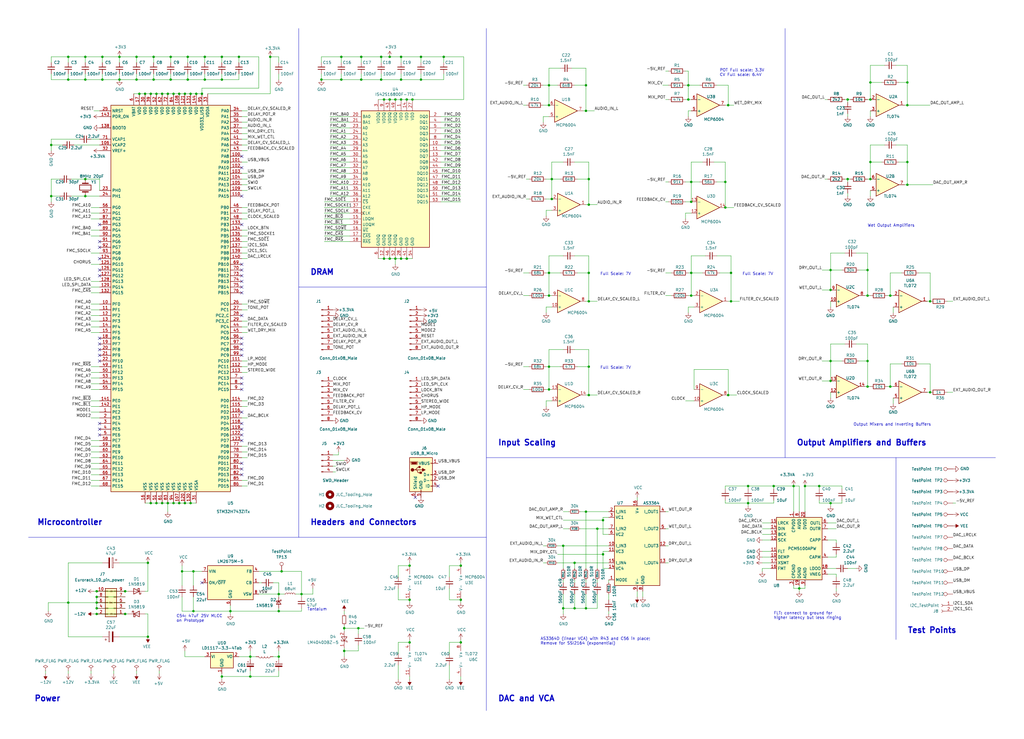
<source format=kicad_sch>
(kicad_sch (version 20230121) (generator eeschema)
  (paper "User" 457.2 330.2)
  (title_block (title "Retrospector v3") (rev "3") (company "Mountjoy Modular"))
  (junction (at 256.54 271.78))
  (junction (at 187.96 35.56))
  (junction (at 245.11 132.08))
  (junction (at 308.61 132.08))
  (junction (at 102.87 273.05))
  (junction (at 120.65 25.4))
  (junction (at 76.2 25.4))
  (junction (at 181.61 115.57))
  (junction (at 111.76 302.26))
  (junction (at 387.35 172.72))
  (junction (at 405.13 82.55))
  (junction (at 179.07 115.57))
  (junction (at -45.72 93.98))
  (junction (at 261.62 38.1))
  (junction (at 43.18 274.32))
  (junction (at 64.77 41.91))
  (junction (at 179.07 25.4))
  (junction (at 170.18 35.56))
  (junction (at 55.88 274.32))
  (junction (at 388.62 80.01))
  (junction (at 62.23 41.91))
  (junction (at 66.04 251.46))
  (junction (at 30.48 269.24))
  (junction (at 60.96 35.56))
  (junction (at 397.51 172.72))
  (junction (at 43.18 266.7))
  (junction (at 308.61 121.92))
  (junction (at 99.06 25.4))
  (junction (at 69.85 224.79))
  (junction (at 388.62 72.39))
  (junction (at 326.39 121.92))
  (junction (at 91.44 25.4))
  (junction (at 266.7 236.22))
  (junction (at 43.18 269.24))
  (junction (at 245.11 38.1))
  (junction (at 38.1 80.01))
  (junction (at 269.24 232.41))
  (junction (at 99.06 302.26))
  (junction (at 181.61 44.45))
  (junction (at 81.28 255.27))
  (junction (at 365.76 217.17))
  (junction (at 308.61 90.17))
  (junction (at 176.53 44.45))
  (junction (at 171.45 115.57))
  (junction (at 262.89 134.62))
  (junction (at 74.93 224.79))
  (junction (at 82.55 41.91))
  (junction (at 111.76 293.37))
  (junction (at 187.96 25.4))
  (junction (at 86.36 255.27))
  (junction (at 85.09 224.79))
  (junction (at 80.01 41.91))
  (junction (at 45.72 35.56))
  (junction (at 415.29 134.62))
  (junction (at 99.06 35.56))
  (junction (at 74.93 41.91))
  (junction (at -45.72 129.54))
  (junction (at 76.2 35.56))
  (junction (at 182.88 287.02))
  (junction (at 405.13 72.39))
  (junction (at 124.46 265.43))
  (junction (at 69.85 41.91))
  (junction (at 245.11 163.83))
  (junction (at 334.01 224.79))
  (junction (at 205.74 267.97))
  (junction (at 152.4 35.56))
  (junction (at 82.55 224.79))
  (junction (at 325.12 46.99))
  (junction (at 77.47 41.91))
  (junction (at 378.46 80.01))
  (junction (at 326.39 134.62))
  (junction (at 182.88 252.73))
  (junction (at 251.46 243.84))
  (junction (at 45.72 25.4))
  (junction (at 246.38 88.9))
  (junction (at 370.84 120.65))
  (junction (at 85.09 41.91))
  (junction (at 67.31 224.79))
  (junction (at 161.29 25.4))
  (junction (at 83.82 35.56))
  (junction (at 251.46 271.78))
  (junction (at 179.07 44.45))
  (junction (at 153.67 290.83))
  (junction (at 90.17 41.91))
  (junction (at 143.51 35.56))
  (junction (at 323.85 81.28))
  (junction (at 307.34 38.1))
  (junction (at 43.18 271.78))
  (junction (at 171.45 44.45))
  (junction (at 205.74 252.73))
  (junction (at 245.11 121.92))
  (junction (at 269.24 247.65))
  (junction (at 246.38 80.01))
  (junction (at 262.89 121.92))
  (junction (at 415.29 175.26))
  (junction (at 77.47 224.79))
  (junction (at 256.54 251.46))
  (junction (at 106.68 25.4))
  (junction (at 245.11 46.99))
  (junction (at 261.62 49.53))
  (junction (at 160.02 280.67))
  (junction (at 161.29 35.56))
  (junction (at 356.87 262.89))
  (junction (at 153.67 280.67))
  (junction (at 173.99 115.57))
  (junction (at 388.62 44.45))
  (junction (at 405.13 46.99))
  (junction (at 66.04 284.48))
  (junction (at 397.51 132.08))
  (junction (at 152.4 25.4))
  (junction (at 176.53 115.57))
  (junction (at 325.12 176.53))
  (junction (at 262.89 176.53))
  (junction (at 87.63 41.91))
  (junction (at 262.89 91.44))
  (junction (at 125.73 255.27))
  (junction (at 182.88 267.97))
  (junction (at 173.99 25.4))
  (junction (at 30.48 35.56))
  (junction (at 370.84 161.29))
  (junction (at 262.89 80.01))
  (junction (at 370.84 170.18))
  (junction (at 345.44 217.17))
  (junction (at 388.62 36.83))
  (junction (at 38.1 25.4))
  (junction (at 405.13 36.83))
  (junction (at 53.34 35.56))
  (junction (at 53.34 25.4))
  (junction (at 170.18 25.4))
  (junction (at 261.62 271.78))
  (junction (at 262.89 163.83))
  (junction (at 134.62 265.43))
  (junction (at 205.74 287.02))
  (junction (at 184.15 44.45))
  (junction (at 72.39 224.79))
  (junction (at 387.35 161.29))
  (junction (at 198.12 25.4))
  (junction (at 60.96 25.4))
  (junction (at 38.1 35.56))
  (junction (at 30.48 25.4))
  (junction (at 245.11 173.99))
  (junction (at 67.31 41.91))
  (junction (at 359.41 217.17))
  (junction (at 179.07 35.56))
  (junction (at 22.86 64.77))
  (junction (at 22.86 87.63))
  (junction (at 354.33 217.17))
  (junction (at 72.39 41.91))
  (junction (at 387.35 132.08))
  (junction (at 86.36 273.05))
  (junction (at 323.85 92.71))
  (junction (at 83.82 25.4))
  (junction (at 124.46 293.37))
  (junction (at 307.34 44.45))
  (junction (at 173.99 44.45))
  (junction (at 124.46 273.05))
  (junction (at 55.88 264.16))
  (junction (at 68.58 25.4))
  (junction (at 38.1 87.63))
  (junction (at 334.01 217.17))
  (junction (at 370.84 224.79))
  (junction (at 68.58 35.56))
  (junction (at 43.18 264.16))
  (junction (at 370.84 129.54))
  (junction (at 261.62 228.6))
  (junction (at 387.35 120.65))
  (junction (at 308.61 81.28))
  (junction (at 91.44 35.56))
  (junction (at 378.46 44.45))
  (junction (at 80.01 224.79))
  (no_connect (at 107.95 158.75))
  (no_connect (at 44.45 107.95))
  (no_connect (at 107.95 118.11))
  (no_connect (at 107.95 184.15))
  (no_connect (at 44.45 153.67))
  (no_connect (at 185.42 222.25))
  (no_connect (at 44.45 120.65))
  (no_connect (at 107.95 207.01))
  (no_connect (at 44.45 110.49))
  (no_connect (at 107.95 212.09))
  (no_connect (at 107.95 74.93))
  (no_connect (at 90.17 260.35))
  (no_connect (at 107.95 87.63))
  (no_connect (at 44.45 191.77))
  (no_connect (at 44.45 156.21))
  (no_connect (at 44.45 123.19))
  (no_connect (at 107.95 191.77))
  (no_connect (at 44.45 194.31))
  (no_connect (at 107.95 196.85))
  (no_connect (at 107.95 125.73))
  (no_connect (at 44.45 100.33))
  (no_connect (at 107.95 128.27))
  (no_connect (at 107.95 140.97))
  (no_connect (at 107.95 69.85))
  (no_connect (at 107.95 173.99))
  (no_connect (at 107.95 156.21))
  (no_connect (at 44.45 151.13))
  (no_connect (at 107.95 194.31))
  (no_connect (at 107.95 151.13))
  (no_connect (at 107.95 189.23))
  (no_connect (at 107.95 153.67))
  (no_connect (at 107.95 120.65))
  (no_connect (at 44.45 189.23))
  (no_connect (at 44.45 158.75))
  (no_connect (at 107.95 123.19))
  (no_connect (at 107.95 130.81))
  (no_connect (at 107.95 100.33))
  (no_connect (at 44.45 161.29))
  (no_connect (at 44.45 115.57))
  (no_connect (at 107.95 168.91))
  (no_connect (at 107.95 171.45))
  (no_connect (at 195.58 217.17))
  (no_connect (at 107.95 209.55))
  (wire (pts (xy 262.89 114.3) (xy 262.89 121.92)))
  (wire (pts (xy 367.03 129.54) (xy 370.84 129.54)))
  (wire (pts (xy 369.57 248.92) (xy 373.38 248.92)))
  (wire (pts (xy 246.38 93.98) (xy 243.84 93.98)))
  (wire (pts (xy 377.19 80.01) (xy 378.46 80.01)))
  (wire (pts (xy 43.18 264.16) (xy 55.88 264.16)))
  (wire (pts (xy 40.64 196.85) (xy 44.45 196.85)))
  (wire (pts (xy 80.01 41.91) (xy 82.55 41.91)))
  (wire (pts (xy 377.19 153.67) (xy 370.84 153.67)))
  (wire (pts (xy 297.18 121.92) (xy 299.72 121.92)))
  (wire (pts (xy 110.49 179.07) (xy 107.95 179.07)))
  (wire (pts (xy 397.51 132.08) (xy 398.78 132.08)))
  (wire (pts (xy 245.11 30.48) (xy 245.11 38.1)))
  (wire (pts (xy 356.87 217.17) (xy 356.87 228.6)))
  (wire (pts (xy 205.74 74.93) (xy 196.85 74.93)))
  (wire (pts (xy 377.19 44.45) (xy 378.46 44.45)))
  (wire (pts (xy 124.46 290.83) (xy 124.46 293.37)))
  (wire (pts (xy 86.36 266.7) (xy 86.36 273.05)))
  (wire (pts (xy 334.01 224.79) (xy 345.44 224.79)))
  (wire (pts (xy 325.12 38.1) (xy 325.12 46.99)))
  (wire (pts (xy 397.51 172.72) (xy 398.78 172.72)))
  (wire (pts (xy 242.57 38.1) (xy 245.11 38.1)))
  (wire (pts (xy 110.49 105.41) (xy 107.95 105.41)))
  (wire (pts (xy 370.84 161.29) (xy 370.84 170.18)))
  (wire (pts (xy 132.08 265.43) (xy 134.62 265.43)))
  (wire (pts (xy 243.84 88.9) (xy 246.38 88.9)))
  (wire (pts (xy 22.86 27.94) (xy 22.86 25.4)))
  (wire (pts (xy 306.07 179.07) (xy 309.88 179.07)))
  (wire (pts (xy 82.55 224.79) (xy 85.09 224.79)))
  (wire (pts (xy 297.18 31.75) (xy 298.45 31.75)))
  (wire (pts (xy 62.23 41.91) (xy 64.77 41.91)))
  (wire (pts (xy 40.64 125.73) (xy 44.45 125.73)))
  (wire (pts (xy 77.47 224.79) (xy 80.01 224.79)))
  (wire (pts (xy 334.01 217.17) (xy 345.44 217.17)))
  (wire (pts (xy 152.4 35.56) (xy 161.29 35.56)))
  (wire (pts (xy 245.11 38.1) (xy 245.11 46.99)))
  (wire (pts (xy 125.73 255.27) (xy 115.57 255.27)))
  (wire (pts (xy 340.36 246.38) (xy 344.17 246.38)))
  (wire (pts (xy 110.49 181.61) (xy 107.95 181.61)))
  (wire (pts (xy 22.86 35.56) (xy 30.48 35.56)))
  (wire (pts (xy 251.46 114.3) (xy 245.11 114.3)))
  (wire (pts (xy 156.21 69.85) (xy 147.32 69.85)))
  (wire (pts (xy 251.46 254) (xy 251.46 243.84)))
  (wire (pts (xy 356.87 217.17) (xy 354.33 217.17)))
  (wire (pts (xy 425.45 224.79) (xy 426.72 224.79)))
  (wire (pts (xy 307.34 121.92) (xy 308.61 121.92)))
  (wire (pts (xy 245.11 114.3) (xy 245.11 121.92)))
  (wire (pts (xy 367.03 161.29) (xy 370.84 161.29)))
  (wire (pts (xy 40.64 113.03) (xy 44.45 113.03)))
  (wire (pts (xy 325.12 46.99) (xy 323.85 46.99)))
  (wire (pts (xy 387.35 153.67) (xy 387.35 161.29)))
  (wire (pts (xy 107.95 143.51) (xy 110.49 143.51)))
  (wire (pts (xy 151.13 203.2) (xy 151.13 201.93)))
  (wire (pts (xy 382.27 113.03) (xy 387.35 113.03)))
  (wire (pts (xy 44.45 140.97) (xy 40.64 140.97)))
  (wire (pts (xy 298.45 38.1) (xy 295.91 38.1)))
  (wire (pts (xy 40.64 199.39) (xy 44.45 199.39)))
  (wire (pts (xy 359.41 217.17) (xy 365.76 217.17)))
  (wire (pts (xy 403.86 82.55) (xy 405.13 82.55)))
  (wire (pts (xy 44.45 168.91) (xy 40.64 168.91)))
  (wire (pts (xy 45.72 27.94) (xy 45.72 25.4)))
  (wire (pts (xy 22.86 25.4) (xy 30.48 25.4)))
  (wire (pts (xy 340.36 236.22) (xy 344.17 236.22)))
  (wire (pts (xy 40.64 135.89) (xy 44.45 135.89)))
  (wire (pts (xy 64.77 274.32) (xy 66.04 274.32)))
  (wire (pts (xy 306.07 31.75) (xy 307.34 31.75)))
  (wire (pts (xy 177.8 252.73) (xy 182.88 252.73)))
  (wire (pts (xy 143.51 27.94) (xy 143.51 25.4)))
  (wire (pts (xy 400.05 29.21) (xy 405.13 29.21)))
  (wire (pts (xy 308.61 132.08) (xy 309.88 132.08)))
  (wire (pts (xy 144.78 95.25) (xy 156.21 95.25)))
  (wire (pts (xy 398.78 137.16) (xy 398.78 139.7)))
  (wire (pts (xy 375.92 223.52) (xy 375.92 224.79)))
  (wire (pts (xy 328.93 176.53) (xy 325.12 176.53)))
  (wire (pts (xy 306.07 95.25) (xy 306.07 97.79)))
  (wire (pts (xy 387.35 161.29) (xy 383.54 161.29)))
  (wire (pts (xy -45.72 93.98) (xy -45.72 91.44)))
  (wire (pts (xy 187.96 27.94) (xy 187.96 25.4)))
  (wire (pts (xy 143.51 25.4) (xy 152.4 25.4)))
  (wire (pts (xy 143.51 35.56) (xy 152.4 35.56)))
  (wire (pts (xy 251.46 72.39) (xy 246.38 72.39)))
  (wire (pts (xy 124.46 302.26) (xy 111.76 302.26)))
  (wire (pts (xy 256.54 72.39) (xy 262.89 72.39)))
  (wire (pts (xy 124.46 265.43) (xy 124.46 266.7)))
  (wire (pts (xy 153.67 289.56) (xy 153.67 290.83)))
  (wire (pts (xy 40.64 207.01) (xy 44.45 207.01)))
  (wire (pts (xy 153.67 280.67) (xy 153.67 281.94)))
  (wire (pts (xy 373.38 262.89) (xy 373.38 264.16)))
  (wire (pts (xy 261.62 271.78) (xy 266.7 271.78)))
  (wire (pts (xy 177.8 292.1) (xy 177.8 287.02)))
  (wire (pts (xy 309.88 165.1) (xy 309.88 173.99)))
  (wire (pts (xy 354.33 262.89) (xy 356.87 262.89)))
  (wire (pts (xy 134.62 265.43) (xy 134.62 266.7)))
  (wire (pts (xy 261.62 30.48) (xy 261.62 38.1)))
  (wire (pts (xy 147.32 57.15) (xy 156.21 57.15)))
  (wire (pts (xy 76.2 35.56) (xy 83.82 35.56)))
  (wire (pts (xy 124.46 27.94) (xy 124.46 25.4)))
  (wire (pts (xy 271.78 231.14) (xy 269.24 231.14)))
  (wire (pts (xy 44.45 184.15) (xy 40.64 184.15)))
  (wire (pts (xy 106.68 27.94) (xy 106.68 25.4)))
  (wire (pts (xy 110.49 52.07) (xy 107.95 52.07)))
  (wire (pts (xy 256.54 251.46) (xy 271.78 251.46)))
  (wire (pts (xy 251.46 228.6) (xy 254 228.6)))
  (wire (pts (xy 205.74 85.09) (xy 196.85 85.09)))
  (wire (pts (xy 90.17 41.91) (xy 90.17 39.37)))
  (wire (pts (xy 107.95 186.69) (xy 110.49 186.69)))
  (wire (pts (xy 67.31 224.79) (xy 69.85 224.79)))
  (wire (pts (xy 269.24 232.41) (xy 269.24 238.76)))
  (wire (pts (xy 161.29 27.94) (xy 161.29 25.4)))
  (wire (pts (xy 81.28 255.27) (xy 81.28 261.62)))
  (wire (pts (xy 179.07 44.45) (xy 176.53 44.45)))
  (wire (pts (xy 340.36 254) (xy 340.36 255.27)))
  (wire (pts (xy 107.95 166.37) (xy 110.49 166.37)))
  (wire (pts (xy 325.12 134.62) (xy 326.39 134.62)))
  (wire (pts (xy 242.57 52.07) (xy 242.57 54.61)))
  (wire (pts (xy 115.57 265.43) (xy 124.46 265.43)))
  (wire (pts (xy 369.57 241.3) (xy 373.38 241.3)))
  (wire (pts (xy 144.78 90.17) (xy 156.21 90.17)))
  (wire (pts (xy 110.49 57.15) (xy 107.95 57.15)))
  (wire (pts (xy 124.46 299.72) (xy 124.46 302.26)))
  (wire (pts (xy -43.18 172.72) (xy -38.1 172.72)))
  (wire (pts (xy 181.61 44.45) (xy 179.07 44.45)))
  (wire (pts (xy 110.49 54.61) (xy 107.95 54.61)))
  (wire (pts (xy 44.45 173.99) (xy 40.64 173.99)))
  (wire (pts (xy 233.68 132.08) (xy 236.22 132.08)))
  (wire (pts (xy 107.95 138.43) (xy 110.49 138.43)))
  (wire (pts (xy 297.18 81.28) (xy 298.45 81.28)))
  (wire (pts (xy 44.45 138.43) (xy 40.64 138.43)))
  (wire (pts (xy 60.96 35.56) (xy 68.58 35.56)))
  (wire (pts (xy 284.48 222.25) (xy 284.48 223.52)))
  (wire (pts (xy 22.86 87.63) (xy 22.86 90.17)))
  (wire (pts (xy 340.36 251.46) (xy 344.17 251.46)))
  (wire (pts (xy 375.92 218.44) (xy 375.92 217.17)))
  (wire (pts (xy 156.21 80.01) (xy 147.32 80.01)))
  (wire (pts (xy 298.45 44.45) (xy 297.18 44.45)))
  (wire (pts (xy 370.84 120.65) (xy 370.84 129.54)))
  (wire (pts (xy 245.11 163.83) (xy 245.11 173.99)))
  (wire (pts (xy 309.88 165.1) (xy 325.12 165.1)))
  (wire (pts (xy 106.68 33.02) (xy 106.68 35.56)))
  (wire (pts (xy 251.46 156.21) (xy 245.11 156.21)))
  (wire (pts (xy 233.68 173.99) (xy 236.22 173.99)))
  (wire (pts (xy 124.46 271.78) (xy 124.46 273.05)))
  (wire (pts (xy 248.92 251.46) (xy 256.54 251.46)))
  (wire (pts (xy 177.8 287.02) (xy 182.88 287.02)))
  (wire (pts (xy 261.62 91.44) (xy 262.89 91.44)))
  (wire (pts (xy 40.64 214.63) (xy 44.45 214.63)))
  (wire (pts (xy 179.07 115.57) (xy 181.61 115.57)))
  (wire (pts (xy 265.43 49.53) (xy 261.62 49.53)))
  (wire (pts (xy 44.45 64.77) (xy 33.02 64.77)))
  (wire (pts (xy 44.45 146.05) (xy 40.64 146.05)))
  (wire (pts (xy 367.03 120.65) (xy 370.84 120.65)))
  (wire (pts (xy 181.61 115.57) (xy 184.15 115.57)))
  (polyline (pts (xy 12.7 240.03) (xy 217.17 240.03)))
  (wire (pts (xy 156.21 59.69) (xy 147.32 59.69)))
  (wire (pts (xy 110.49 95.25) (xy 107.95 95.25)))
  (wire (pts (xy 394.97 64.77) (xy 388.62 64.77)))
  (wire (pts (xy 251.46 274.32) (xy 251.46 271.78)))
  (wire (pts (xy 45.72 35.56) (xy 53.34 35.56)))
  (wire (pts (xy 68.58 25.4) (xy 76.2 25.4)))
  (wire (pts (xy 110.49 107.95) (xy 107.95 107.95)))
  (wire (pts (xy 387.35 113.03) (xy 387.35 120.65)))
  (wire (pts (xy 365.76 218.44) (xy 365.76 217.17)))
  (wire (pts (xy 82.55 293.37) (xy 91.44 293.37)))
  (wire (pts (xy 83.82 25.4) (xy 91.44 25.4)))
  (wire (pts (xy 110.49 72.39) (xy 107.95 72.39)))
  (wire (pts (xy 375.92 120.65) (xy 370.84 120.65)))
  (wire (pts (xy 41.91 264.16) (xy 43.18 264.16)))
  (wire (pts (xy 320.04 38.1) (xy 325.12 38.1)))
  (wire (pts (xy 251.46 259.08) (xy 251.46 260.35)))
  (wire (pts (xy 156.21 74.93) (xy 147.32 74.93)))
  (wire (pts (xy 387.35 80.01) (xy 388.62 80.01)))
  (wire (pts (xy -48.26 129.54) (xy -45.72 129.54)))
  (wire (pts (xy 110.49 80.01) (xy 107.95 80.01)))
  (wire (pts (xy 256.54 259.08) (xy 256.54 260.35)))
  (wire (pts (xy 397.51 162.56) (xy 402.59 162.56)))
  (wire (pts (xy 168.91 115.57) (xy 171.45 115.57)))
  (wire (pts (xy 45.72 33.02) (xy 45.72 35.56)))
  (wire (pts (xy 71.12 300.99) (xy 71.12 299.72)))
  (wire (pts (xy 308.61 81.28) (xy 308.61 90.17)))
  (wire (pts (xy 99.06 300.99) (xy 99.06 302.26)))
  (wire (pts (xy 388.62 72.39) (xy 388.62 80.01)))
  (wire (pts (xy 182.88 251.46) (xy 182.88 252.73)))
  (wire (pts (xy 102.87 274.32) (xy 102.87 273.05)))
  (wire (pts (xy 307.34 132.08) (xy 308.61 132.08)))
  (wire (pts (xy -43.18 157.48) (xy -38.1 157.48)))
  (wire (pts (xy 308.61 114.3) (xy 308.61 121.92)))
  (wire (pts (xy 40.64 204.47) (xy 44.45 204.47)))
  (wire (pts (xy 134.62 265.43) (xy 134.62 255.27)))
  (wire (pts (xy 40.64 212.09) (xy 44.45 212.09)))
  (wire (pts (xy 143.51 35.56) (xy 143.51 33.02)))
  (wire (pts (xy -43.18 167.64) (xy -38.1 167.64)))
  (wire (pts (xy 153.67 290.83) (xy 160.02 290.83)))
  (wire (pts (xy 359.41 217.17) (xy 359.41 228.6)))
  (wire (pts (xy 26.67 80.01) (xy 22.86 80.01)))
  (wire (pts (xy 307.34 52.07) (xy 307.34 49.53)))
  (wire (pts (xy 242.57 46.99) (xy 245.11 46.99)))
  (wire (pts (xy 176.53 44.45) (xy 173.99 44.45)))
  (wire (pts (xy 250.19 163.83) (xy 245.11 163.83)))
  (wire (pts (xy 147.32 54.61) (xy 156.21 54.61)))
  (wire (pts (xy 256.54 265.43) (xy 256.54 271.78)))
  (wire (pts (xy 266.7 236.22) (xy 271.78 236.22)))
  (wire (pts (xy 269.24 246.38) (xy 271.78 246.38)))
  (wire (pts (xy 415.29 121.92) (xy 415.29 134.62)))
  (polyline (pts (xy 133.35 240.03) (xy 133.35 12.7)))
  (wire (pts (xy 245.11 132.08) (xy 246.38 132.08)))
  (wire (pts (xy 369.57 233.68) (xy 373.38 233.68)))
  (wire (pts (xy 284.48 264.16) (xy 284.48 266.7)))
  (wire (pts (xy 124.46 273.05) (xy 134.62 273.05)))
  (wire (pts (xy 44.45 92.71) (xy 40.64 92.71)))
  (wire (pts (xy 388.62 36.83) (xy 388.62 44.45)))
  (wire (pts (xy 53.34 33.02) (xy 53.34 35.56)))
  (wire (pts (xy 257.81 163.83) (xy 262.89 163.83)))
  (wire (pts (xy 22.86 87.63) (xy 26.67 87.63)))
  (wire (pts (xy 86.36 255.27) (xy 86.36 261.62)))
  (wire (pts (xy 69.85 41.91) (xy 72.39 41.91)))
  (wire (pts (xy -43.18 151.13) (xy -38.1 151.13)))
  (wire (pts (xy 200.66 297.18) (xy 200.66 303.53)))
  (wire (pts (xy 139.7 262.89) (xy 139.7 265.43)))
  (wire (pts (xy 38.1 35.56) (xy 45.72 35.56)))
  (wire (pts (xy 64.77 264.16) (xy 66.04 264.16)))
  (wire (pts (xy 124.46 260.35) (xy 124.46 265.43)))
  (wire (pts (xy 83.82 35.56) (xy 91.44 35.56)))
  (wire (pts (xy 262.89 121.92) (xy 262.89 134.62)))
  (wire (pts (xy 182.88 285.75) (xy 182.88 287.02)))
  (wire (pts (xy 91.44 33.02) (xy 91.44 35.56)))
  (wire (pts (xy 38.1 27.94) (xy 38.1 25.4)))
  (wire (pts (xy 297.18 236.22) (xy 298.45 236.22)))
  (wire (pts (xy 377.19 113.03) (xy 370.84 113.03)))
  (wire (pts (xy -43.18 148.59) (xy -38.1 148.59)))
  (wire (pts (xy 53.34 25.4) (xy 60.96 25.4)))
  (wire (pts (xy 110.49 199.39) (xy 107.95 199.39)))
  (wire (pts (xy 200.66 267.97) (xy 205.74 267.97)))
  (wire (pts (xy 205.74 90.17) (xy 196.85 90.17)))
  (wire (pts (xy -43.18 153.67) (xy -29.21 153.67)))
  (wire (pts (xy 43.18 269.24) (xy 43.18 271.78)))
  (wire (pts (xy 99.06 35.56) (xy 106.68 35.56)))
  (wire (pts (xy 393.7 36.83) (xy 388.62 36.83)))
  (wire (pts (xy 386.08 132.08) (xy 387.35 132.08)))
  (wire (pts (xy 205.74 77.47) (xy 196.85 77.47)))
  (wire (pts (xy 22.86 62.23) (xy 35.56 62.23)))
  (wire (pts (xy 233.68 163.83) (xy 236.22 163.83)))
  (wire (pts (xy 152.4 35.56) (xy 152.4 33.02)))
  (wire (pts (xy 76.2 33.02) (xy 76.2 35.56)))
  (wire (pts (xy 397.51 172.72) (xy 397.51 162.56)))
  (wire (pts (xy 44.45 186.69) (xy 40.64 186.69)))
  (polyline (pts (xy 350.52 12.7) (xy 350.52 204.47)))
  (wire (pts (xy 262.89 80.01) (xy 262.89 91.44)))
  (wire (pts (xy 207.01 25.4) (xy 207.01 44.45)))
  (wire (pts (xy 40.64 102.87) (xy 44.45 102.87)))
  (wire (pts (xy -45.72 129.54) (xy -45.72 132.08)))
  (wire (pts (xy 68.58 33.02) (xy 68.58 35.56)))
  (wire (pts (xy 182.88 302.26) (xy 182.88 303.53)))
  (wire (pts (xy 373.38 241.3) (xy 373.38 242.57)))
  (wire (pts (xy 156.21 82.55) (xy 147.32 82.55)))
  (wire (pts (xy 307.34 44.45) (xy 308.61 44.45)))
  (wire (pts (xy 99.06 27.94) (xy 99.06 25.4)))
  (wire (pts (xy 134.62 273.05) (xy 134.62 271.78)))
  (wire (pts (xy 312.42 81.28) (xy 308.61 81.28)))
  (wire (pts (xy 31.75 80.01) (xy 38.1 80.01)))
  (wire (pts (xy 66.04 274.32) (xy 66.04 284.48)))
  (wire (pts (xy 44.45 166.37) (xy 40.64 166.37)))
  (wire (pts (xy 59.69 41.91) (xy 62.23 41.91)))
  (wire (pts (xy 205.74 59.69) (xy 196.85 59.69)))
  (wire (pts (xy 320.04 114.3) (xy 326.39 114.3)))
  (wire (pts (xy 81.28 252.73) (xy 81.28 255.27)))
  (wire (pts (xy 243.84 179.07) (xy 243.84 181.61)))
  (wire (pts (xy 340.36 248.92) (xy 344.17 248.92)))
  (wire (pts (xy 107.95 163.83) (xy 110.49 163.83)))
  (wire (pts (xy 271.78 254) (xy 269.24 254)))
  (wire (pts (xy 107.95 82.55) (xy 110.49 82.55)))
  (wire (pts (xy 243.84 132.08) (xy 245.11 132.08)))
  (wire (pts (xy 179.07 25.4) (xy 173.99 25.4)))
  (wire (pts (xy -43.18 160.02) (xy -38.1 160.02)))
  (wire (pts (xy 160.02 283.21) (xy 160.02 280.67)))
  (wire (pts (xy 297.18 90.17) (xy 298.45 90.17)))
  (wire (pts (xy 147.32 52.07) (xy 156.21 52.07)))
  (wire (pts (xy -45.72 129.54) (xy -43.18 129.54)))
  (wire (pts (xy 162.56 280.67) (xy 160.02 280.67)))
  (wire (pts (xy 21.59 269.24) (xy 30.48 269.24)))
  (wire (pts (xy 160.02 280.67) (xy 153.67 280.67)))
  (wire (pts (xy 44.45 148.59) (xy 40.64 148.59)))
  (wire (pts (xy 177.8 257.81) (xy 177.8 252.73)))
  (wire (pts (xy 205.74 54.61) (xy 196.85 54.61)))
  (wire (pts (xy 405.13 36.83) (xy 405.13 46.99)))
  (wire (pts (xy 344.17 254) (xy 340.36 254)))
  (wire (pts (xy 271.78 259.08) (xy 271.78 260.35)))
  (wire (pts (xy 176.53 118.11) (xy 176.53 115.57)))
  (wire (pts (xy 397.51 132.08) (xy 397.51 121.92)))
  (wire (pts (xy 68.58 27.94) (xy 68.58 25.4)))
  (wire (pts (xy 149.86 210.82) (xy 148.59 210.82)))
  (wire (pts (xy 422.91 175.26) (xy 425.45 175.26)))
  (wire (pts (xy 66.04 251.46) (xy 53.34 251.46)))
  (wire (pts (xy 69.85 224.79) (xy 72.39 224.79)))
  (wire (pts (xy 410.21 162.56) (xy 415.29 162.56)))
  (wire (pts (xy 102.87 270.51) (xy 102.87 273.05)))
  (wire (pts (xy 345.44 223.52) (xy 345.44 224.79)))
  (wire (pts (xy 198.12 27.94) (xy 198.12 25.4)))
  (wire (pts (xy 259.08 236.22) (xy 266.7 236.22)))
  (wire (pts (xy 251.46 265.43) (xy 251.46 271.78)))
  (wire (pts (xy 81.28 255.27) (xy 86.36 255.27)))
  (wire (pts (xy 205.74 67.31) (xy 196.85 67.31)))
  (wire (pts (xy -43.18 165.1) (xy -38.1 165.1)))
  (wire (pts (xy 415.29 162.56) (xy 415.29 175.26)))
  (wire (pts (xy 271.78 273.05) (xy 271.78 274.32)))
  (wire (pts (xy 205.74 82.55) (xy 196.85 82.55)))
  (wire (pts (xy 107.95 102.87) (xy 110.49 102.87)))
  (wire (pts (xy 321.31 121.92) (xy 326.39 121.92)))
  (wire (pts (xy 243.84 80.01) (xy 246.38 80.01)))
  (wire (pts (xy 382.27 153.67) (xy 387.35 153.67)))
  (wire (pts (xy 76.2 25.4) (xy 76.2 27.94)))
  (wire (pts (xy 20.32 299.72) (xy 20.32 300.99)))
  (wire (pts (xy 369.57 254) (xy 373.38 254)))
  (wire (pts (xy 156.21 67.31) (xy 147.32 67.31)))
  (wire (pts (xy 198.12 25.4) (xy 207.01 25.4)))
  (wire (pts (xy 176.53 115.57) (xy 179.07 115.57)))
  (wire (pts (xy 260.35 49.53) (xy 261.62 49.53)))
  (wire (pts (xy 81.28 273.05) (xy 86.36 273.05)))
  (wire (pts (xy 306.07 44.45) (xy 307.34 44.45)))
  (wire (pts (xy 110.49 97.79) (xy 107.95 97.79)))
  (wire (pts (xy 30.48 251.46) (xy 30.48 269.24)))
  (wire (pts (xy 378.46 45.72) (xy 378.46 44.45)))
  (wire (pts (xy 200.66 252.73) (xy 205.74 252.73)))
  (wire (pts (xy 245.11 121.92) (xy 245.11 132.08)))
  (wire (pts (xy 403.86 46.99) (xy 405.13 46.99)))
  (wire (pts (xy 111.76 299.72) (xy 111.76 302.26)))
  (wire (pts (xy 173.99 115.57) (xy 176.53 115.57)))
  (wire (pts (xy 334.01 218.44) (xy 334.01 217.17)))
  (wire (pts (xy 31.75 87.63) (xy 38.1 87.63)))
  (wire (pts (xy 266.7 176.53) (xy 262.89 176.53)))
  (wire (pts (xy 243.84 137.16) (xy 243.84 139.7)))
  (wire (pts (xy 261.62 254) (xy 261.62 228.6)))
  (wire (pts (xy 38.1 25.4) (xy 45.72 25.4)))
  (wire (pts (xy 250.19 30.48) (xy 245.11 30.48)))
  (wire (pts (xy 266.7 134.62) (xy 262.89 134.62)))
  (wire (pts (xy 414.02 175.26) (xy 415.29 175.26)))
  (wire (pts (xy 90.17 39.37) (xy 115.57 39.37)))
  (wire (pts (xy 250.19 80.01) (xy 246.38 80.01)))
  (wire (pts (xy 323.85 218.44) (xy 323.85 217.17)))
  (wire (pts (xy 153.67 273.05) (xy 153.67 274.32)))
  (wire (pts (xy 21.59 273.05) (xy 21.59 269.24)))
  (wire (pts (xy 207.01 44.45) (xy 184.15 44.45)))
  (wire (pts (xy 246.38 72.39) (xy 246.38 80.01)))
  (wire (pts (xy 251.46 236.22) (xy 254 236.22)))
  (wire (pts (xy 30.48 35.56) (xy 30.48 33.02)))
  (wire (pts (xy 55.88 266.7) (xy 43.18 266.7)))
  (wire (pts (xy 60.96 35.56) (xy 60.96 33.02)))
  (wire (pts (xy 22.86 67.31) (xy 22.86 64.77)))
  (wire (pts (xy 170.18 25.4) (xy 173.99 25.4)))
  (wire (pts (xy 345.44 217.17) (xy 354.33 217.17)))
  (wire (pts (xy 156.21 85.09) (xy 147.32 85.09)))
  (wire (pts (xy 365.76 217.17) (xy 375.92 217.17)))
  (wire (pts (xy 250.19 121.92) (xy 245.11 121.92)))
  (wire (pts (xy 378.46 44.45) (xy 379.73 44.45)))
  (wire (pts (xy 271.78 265.43) (xy 271.78 267.97)))
  (wire (pts (xy 205.74 80.01) (xy 196.85 80.01)))
  (wire (pts (xy 205.74 52.07) (xy 196.85 52.07)))
  (wire (pts (xy 387.35 132.08) (xy 387.35 120.65)))
  (wire (pts (xy 66.04 284.48) (xy 53.34 284.48)))
  (wire (pts (xy 248.92 38.1) (xy 245.11 38.1)))
  (wire (pts (xy 359.41 261.62) (xy 359.41 262.89)))
  (wire (pts (xy 160.02 290.83) (xy 160.02 288.29)))
  (wire (pts (xy 327.66 92.71) (xy 323.85 92.71)))
  (wire (pts (xy 245.11 156.21) (xy 245.11 163.83)))
  (wire (pts (xy 297.18 228.6) (xy 298.45 228.6)))
  (wire (pts (xy 323.85 81.28) (xy 323.85 92.71)))
  (wire (pts (xy 72.39 224.79) (xy 74.93 224.79)))
  (wire (pts (xy 205.74 64.77) (xy 196.85 64.77)))
  (wire (pts (xy 205.74 69.85) (xy 196.85 69.85)))
  (wire (pts (xy 234.95 88.9) (xy 236.22 88.9)))
  (wire (pts (xy 356.87 262.89) (xy 356.87 264.16)))
  (wire (pts (xy 233.68 46.99) (xy 234.95 46.99)))
  (wire (pts (xy 80.01 224.79) (xy 82.55 224.79)))
  (wire (pts (xy 177.8 267.97) (xy 182.88 267.97)))
  (wire (pts (xy 45.72 284.48) (xy 30.48 284.48)))
  (wire (pts (xy 171.45 115.57) (xy 173.99 115.57)))
  (wire (pts (xy 369.57 256.54) (xy 373.38 256.54)))
  (wire (pts (xy 115.57 39.37) (xy 115.57 25.4)))
  (wire (pts (xy 266.7 91.44) (xy 262.89 91.44)))
  (wire (pts (xy 111.76 290.83) (xy 111.76 293.37)))
  (wire (pts (xy 161.29 25.4) (xy 170.18 25.4)))
  (wire (pts (xy 107.95 110.49) (xy 110.49 110.49)))
  (wire (pts (xy 106.68 293.37) (xy 111.76 293.37)))
  (wire (pts (xy 44.45 179.07) (xy 40.64 179.07)))
  (wire (pts (xy 325.12 46.99) (xy 327.66 46.99)))
  (wire (pts (xy 148.59 208.28) (xy 149.86 208.28)))
  (wire (pts (xy 110.49 92.71) (xy 107.95 92.71)))
  (wire (pts (xy 38.1 33.02) (xy 38.1 35.56)))
  (wire (pts (xy 205.74 57.15) (xy 196.85 57.15)))
  (wire (pts (xy 44.45 85.09) (xy 44.45 80.01)))
  (wire (pts (xy 115.57 25.4) (xy 106.68 25.4)))
  (wire (pts (xy 323.85 217.17) (xy 334.01 217.17)))
  (wire (pts (xy 82.55 290.83) (xy 82.55 293.37)))
  (wire (pts (xy 179.07 27.94) (xy 179.07 25.4)))
  (wire (pts (xy 22.86 64.77) (xy 22.86 62.23)))
  (wire (pts (xy 82.55 41.91) (xy 85.09 41.91)))
  (wire (pts (xy 386.08 172.72) (xy 387.35 172.72)))
  (wire (pts (xy 234.95 80.01) (xy 236.22 80.01)))
  (wire (pts (xy 44.45 80.01) (xy 38.1 80.01)))
  (wire (pts (xy 110.49 146.05) (xy 107.95 146.05)))
  (wire (pts (xy 99.06 33.02) (xy 99.06 35.56)))
  (wire (pts (xy 422.91 134.62) (xy 425.45 134.62)))
  (wire (pts (xy 72.39 41.91) (xy 74.93 41.91)))
  (wire (pts (xy 91.44 27.94) (xy 91.44 25.4)))
  (wire (pts (xy 393.7 72.39) (xy 388.62 72.39)))
  (wire (pts (xy 170.18 27.94) (xy 170.18 25.4)))
  (wire (pts (xy 387.35 120.65) (xy 383.54 120.65)))
  (wire (pts (xy 22.86 35.56) (xy 22.86 33.02)))
  (wire (pts (xy 405.13 46.99) (xy 415.29 46.99)))
  (wire (pts (xy 200.66 262.89) (xy 200.66 267.97)))
  (wire (pts (xy 156.21 72.39) (xy 147.32 72.39)))
  (wire (pts (xy 200.66 257.81) (xy 200.66 252.73)))
  (wire (pts (xy 255.27 30.48) (xy 261.62 30.48)))
  (wire (pts (xy 297.18 243.84) (xy 298.45 243.84)))
  (wire (pts (xy 120.65 25.4) (xy 120.65 41.91)))
  (wire (pts (xy 40.64 299.72) (xy 40.64 300.99)))
  (wire (pts (xy 67.31 41.91) (xy 69.85 41.91)))
  (wire (pts (xy 368.3 80.01) (xy 369.57 80.01)))
  (wire (pts (xy 153.67 279.4) (xy 153.67 280.67)))
  (wire (pts (xy 44.45 97.79) (xy 40.64 97.79)))
  (wire (pts (xy 256.54 254) (xy 256.54 251.46)))
  (wire (pts (xy 85.09 224.79) (xy 87.63 224.79)))
  (wire (pts (xy 86.36 255.27) (xy 90.17 255.27)))
  (wire (pts (xy 257.81 80.01) (xy 262.89 80.01)))
  (wire (pts (xy 308.61 121.92) (xy 308.61 132.08)))
  (wire (pts (xy 354.33 217.17) (xy 354.33 228.6)))
  (wire (pts (xy 156.21 87.63) (xy 147.32 87.63)))
  (wire (pts (xy 83.82 35.56) (xy 83.82 33.02)))
  (wire (pts (xy 64.77 41.91) (xy 67.31 41.91)))
  (wire (pts (xy 314.96 114.3) (xy 308.61 114.3)))
  (wire (pts (xy 306.07 81.28) (xy 308.61 81.28)))
  (wire (pts (xy 43.18 266.7) (xy 43.18 269.24)))
  (wire (pts (xy 370.84 153.67) (xy 370.84 161.29)))
  (wire (pts (xy 110.49 204.47) (xy 107.95 204.47)))
  (wire (pts (xy 378.46 80.01) (xy 379.73 80.01)))
  (wire (pts (xy 152.4 25.4) (xy 161.29 25.4)))
  (wire (pts (xy 60.96 27.94) (xy 60.96 25.4)))
  (wire (pts (xy 111.76 293.37) (xy 114.3 293.37)))
  (wire (pts (xy 313.69 72.39) (xy 308.61 72.39)))
  (wire (pts (xy 45.72 251.46) (xy 30.48 251.46)))
  (wire (pts (xy 246.38 137.16) (xy 243.84 137.16)))
  (wire (pts (xy 373.38 247.65) (xy 373.38 248.92)))
  (wire (pts (xy 76.2 25.4) (xy 83.82 25.4)))
  (wire (pts (xy 153.67 290.83) (xy 153.67 293.37)))
  (wire (pts (xy 110.49 62.23) (xy 107.95 62.23)))
  (wire (pts (xy 370.84 113.03) (xy 370.84 120.65)))
  (wire (pts (xy 326.39 121.92) (xy 326.39 134.62)))
  (wire (pts (xy 60.96 299.72) (xy 60.96 300.99)))
  (wire (pts (xy 256.54 156.21) (xy 262.89 156.21)))
  (wire (pts (xy 179.07 35.56) (xy 187.96 35.56)))
  (wire (pts (xy 30.48 25.4) (xy 38.1 25.4)))
  (wire (pts (xy 387.35 172.72) (xy 388.62 172.72)))
  (wire (pts (xy 200.66 287.02) (xy 205.74 287.02)))
  (wire (pts (xy 107.95 161.29) (xy 110.49 161.29)))
  (wire (pts (xy 144.78 92.71) (xy 156.21 92.71)))
  (wire (pts (xy 44.45 143.51) (xy 40.64 143.51)))
  (wire (pts (xy 50.8 299.72) (xy 50.8 300.99)))
  (wire (pts (xy 365.76 224.79) (xy 370.84 224.79)))
  (wire (pts (xy 74.93 224.79) (xy 74.93 228.6)))
  (wire (pts (xy 66.04 264.16) (xy 66.04 251.46)))
  (wire (pts (xy 205.74 62.23) (xy 196.85 62.23)))
  (wire (pts (xy 92.71 41.91) (xy 120.65 41.91)))
  (wire (pts (xy 22.86 80.01) (xy 22.86 87.63)))
  (wire (pts (xy 251.46 243.84) (xy 271.78 243.84)))
  (wire (pts (xy 261.62 38.1) (xy 261.62 49.53)))
  (wire (pts (xy 307.34 49.53) (xy 308.61 49.53)))
  (wire (pts (xy 205.74 87.63) (xy 196.85 87.63)))
  (wire (pts (xy 340.36 233.68) (xy 344.17 233.68)))
  (wire (pts (xy 309.88 137.16) (xy 307.34 137.16)))
  (wire (pts (xy 320.04 81.28) (xy 323.85 81.28)))
  (wire (pts (xy 266.7 265.43) (xy 266.7 271.78)))
  (wire (pts (xy 40.64 217.17) (xy 44.45 217.17)))
  (wire (pts (xy 41.91 274.32) (xy 43.18 274.32)))
  (wire (pts (xy 313.69 121.92) (xy 308.61 121.92)))
  (wire (pts (xy 156.21 100.33) (xy 144.78 100.33)))
  (polyline (pts (xy 217.17 12.7) (xy 217.17 317.5)))
  (wire (pts (xy 397.51 121.92) (xy 402.59 121.92)))
  (wire (pts (xy 110.49 64.77) (xy 107.95 64.77)))
  (polyline (pts (xy 217.17 128.27) (xy 133.35 128.27)))
  (wire (pts (xy 156.21 97.79) (xy 144.78 97.79)))
  (wire (pts (xy 44.45 181.61) (xy 40.64 181.61)))
  (wire (pts (xy 144.78 102.87) (xy 156.21 102.87)))
  (wire (pts (xy 124.46 33.02) (xy 124.46 35.56)))
  (wire (pts (xy 307.34 137.16) (xy 307.34 139.7)))
  (wire (pts (xy 287.02 264.16) (xy 287.02 266.7)))
  (wire (pts (xy 91.44 25.4) (xy 99.06 25.4)))
  (wire (pts (xy 326.39 114.3) (xy 326.39 121.92)))
  (wire (pts (xy 44.45 95.25) (xy 40.64 95.25)))
  (wire (pts (xy 40.64 201.93) (xy 44.45 201.93)))
  (wire (pts (xy 40.64 128.27) (xy 44.45 128.27)))
  (wire (pts (xy 148.59 203.2) (xy 151.13 203.2)))
  (wire (pts (xy 325.12 176.53) (xy 325.12 165.1)))
  (wire (pts (xy 394.97 29.21) (xy 388.62 29.21)))
  (wire (pts (xy 373.38 256.54) (xy 373.38 257.81)))
  (wire (pts (xy 405.13 72.39) (xy 401.32 72.39)))
  (wire (pts (xy 68.58 35.56) (xy 76.2 35.56)))
  (wire (pts (xy 124.46 293.37) (xy 121.92 293.37)))
  (wire (pts (xy 378.46 81.28) (xy 378.46 80.01)))
  (wire (pts (xy 173.99 44.45) (xy 171.45 44.45)))
  (wire (pts (xy 91.44 35.56) (xy 99.06 35.56)))
  (wire (pts (xy 405.13 82.55) (xy 416.56 82.55)))
  (wire (pts (xy 86.36 273.05) (xy 102.87 273.05)))
  (wire (pts (xy 233.68 121.92) (xy 236.22 121.92)))
  (wire (pts (xy 259.08 228.6) (xy 261.62 228.6)))
  (wire (pts (xy 400.05 64.77) (xy 405.13 64.77)))
  (wire (pts (xy 243.84 173.99) (xy 245.11 173.99)))
  (wire (pts (xy 60.96 25.4) (xy 68.58 25.4)))
  (wire (pts (xy 323.85 223.52) (xy 323.85 224.79)))
  (wire (pts (xy 205.74 267.97) (xy 205.74 269.24)))
  (wire (pts (xy 156.21 64.77) (xy 147.32 64.77)))
  (wire (pts (xy 107.95 67.31) (xy 110.49 67.31)))
  (wire (pts (xy 205.74 251.46) (xy 205.74 252.73)))
  (wire (pts (xy 269.24 231.14) (xy 269.24 232.41)))
  (wire (pts (xy 261.62 259.08) (xy 261.62 260.35)))
  (wire (pts (xy 266.7 254) (xy 266.7 236.22)))
  (wire (pts (xy 27.94 64.77) (xy 22.86 64.77)))
  (wire (pts (xy 307.34 44.45) (xy 307.34 38.1)))
  (wire (pts (xy 110.49 77.47) (xy 107.95 77.47)))
  (wire (pts (xy 405.13 72.39) (xy 405.13 82.55)))
  (wire (pts (xy 156.21 77.47) (xy 147.32 77.47)))
  (wire (pts (xy 121.92 260.35) (xy 124.46 260.35)))
  (wire (pts (xy 308.61 72.39) (xy 308.61 81.28)))
  (wire (pts (xy 410.21 121.92) (xy 415.29 121.92)))
  (wire (pts (xy 375.92 161.29) (xy 370.84 161.29)))
  (wire (pts (xy 81.28 266.7) (xy 81.28 273.05)))
  (wire (pts (xy 243.84 163.83) (xy 245.11 163.83)))
  (wire (pts (xy 74.93 224.79) (xy 77.47 224.79)))
  (wire (pts (xy 111.76 293.37) (xy 111.76 294.64)))
  (wire (pts (xy 340.36 241.3) (xy 344.17 241.3)))
  (wire (pts (xy 205.74 285.75) (xy 205.74 287.02)))
  (wire (pts (xy 261.62 228.6) (xy 271.78 228.6)))
  (wire (pts (xy 256.54 271.78) (xy 261.62 271.78)))
  (wire (pts (xy 307.34 31.75) (xy 307.34 38.1)))
  (wire (pts (xy -43.18 162.56) (xy -38.1 162.56)))
  (wire (pts (xy 367.03 170.18) (xy 370.84 170.18)))
  (wire (pts (xy 340.36 238.76) (xy 344.17 238.76)))
  (wire (pts (xy 370.84 224.79) (xy 375.92 224.79)))
  (wire (pts (xy 405.13 36.83) (xy 401.32 36.83)))
  (wire (pts (xy 370.84 134.62) (xy 370.84 137.16)))
  (wire (pts (xy 124.46 294.64) (xy 124.46 293.37)))
  (wire (pts (xy 354.33 261.62) (xy 354.33 262.89)))
  (wire (pts (xy 170.18 33.02) (xy 170.18 35.56)))
  (wire (pts (xy 387.35 44.45) (xy 388.62 44.45)))
  (wire (pts (xy 179.07 33.02) (xy 179.07 35.56)))
  (wire (pts (xy 370.84 175.26) (xy 370.84 177.8)))
  (wire (pts (xy 396.24 172.72) (xy 397.51 172.72)))
  (wire (pts (xy 256.54 114.3) (xy 262.89 114.3)))
  (wire (pts (xy 256.54 38.1) (xy 261.62 38.1)))
  (wire (pts (xy 269.24 246.38) (xy 269.24 247.65)))
  (wire (pts (xy 205.74 72.39) (xy 196.85 72.39)))
  (wire (pts (xy 77.47 41.91) (xy 80.01 41.91)))
  (wire (pts (xy 187.96 35.56) (xy 187.96 33.02)))
  (wire (pts (xy 233.68 38.1) (xy 234.95 38.1)))
  (wire (pts (xy 53.34 27.94) (xy 53.34 25.4)))
  (wire (pts (xy -43.18 170.18) (xy -38.1 170.18)))
  (wire (pts (xy 359.41 262.89) (xy 356.87 262.89)))
  (wire (pts (xy 184.15 44.45) (xy 181.61 44.45)))
  (wire (pts (xy 55.88 264.16) (xy 57.15 264.16)))
  (wire (pts (xy 30.48 299.72) (xy 30.48 300.99)))
  (wire (pts (xy 334.01 224.79) (xy 334.01 226.06)))
  (wire (pts (xy 102.87 273.05) (xy 124.46 273.05)))
  (wire (pts (xy 269.24 247.65) (xy 248.92 247.65)))
  (wire (pts (xy 318.77 72.39) (xy 323.85 72.39)))
  (wire (pts (xy 398.78 177.8) (xy 398.78 180.34)))
  (wire (pts (xy 262.89 163.83) (xy 262.89 176.53)))
  (wire (pts (xy 200.66 292.1) (xy 200.66 287.02)))
  (wire (pts (xy 261.62 265.43) (xy 261.62 271.78)))
  (wire (pts (xy 110.49 217.17) (xy 107.95 217.17)))
  (wire (pts (xy 161.29 33.02) (xy 161.29 35.56)))
  (wire (pts (xy 85.09 41.91) (xy 87.63 41.91)))
  (wire (pts (xy 269.24 247.65) (xy 269.24 254)))
  (wire (pts (xy 44.45 130.81) (xy 40.64 130.81)))
  (wire (pts (xy -45.72 93.98) (xy -43.18 93.98)))
  (wire (pts (xy 387.35 172.72) (xy 387.35 161.29)))
  (wire (pts (xy -48.26 93.98) (xy -45.72 93.98)))
  (wire (pts (xy 170.18 35.56) (xy 179.07 35.56)))
  (wire (pts (xy 148.59 205.74) (xy 153.67 205.74)))
  (wire (pts (xy 107.95 115.57) (xy 110.49 115.57)))
  (wire (pts (xy 124.46 25.4) (xy 120.65 25.4)))
  (wire (pts (xy 345.44 218.44) (xy 345.44 217.17)))
  (wire (pts (xy 334.01 223.52) (xy 334.01 224.79)))
  (wire (pts (xy 41.91 49.53) (xy 44.45 49.53)))
  (wire (pts (xy 356.87 261.62) (xy 356.87 262.89)))
  (wire (pts (xy 44.45 163.83) (xy 40.64 163.83)))
  (wire (pts (xy 156.21 107.95) (xy 144.78 107.95)))
  (wire (pts (xy 369.57 236.22) (xy 373.38 236.22)))
  (wire (pts (xy 55.88 269.24) (xy 43.18 269.24)))
  (wire (pts (xy 53.34 35.56) (xy 60.96 35.56)))
  (wire (pts (xy 177.8 297.18) (xy 177.8 303.53)))
  (wire (pts (xy 269.24 232.41) (xy 251.46 232.41)))
  (wire (pts (xy 30.48 27.94) (xy 30.48 25.4)))
  (wire (pts (xy 171.45 44.45) (xy 168.91 44.45)))
  (wire (pts (xy 156.21 62.23) (xy 147.32 62.23)))
  (polyline (pts (xy 217.17 204.47) (xy 444.5 204.47)))
  (wire (pts (xy 388.62 85.09) (xy 388.62 87.63)))
  (wire (pts (xy 388.62 49.53) (xy 388.62 52.07)))
  (wire (pts (xy 161.29 35.56) (xy 170.18 35.56)))
  (wire (pts (xy 243.84 121.92) (xy 245.11 121.92)))
  (wire (pts (xy 370.84 226.06) (xy 370.84 224.79)))
  (wire (pts (xy 40.64 105.41) (xy 44.45 105.41)))
  (wire (pts (xy 378.46 50.8) (xy 378.46 52.07)))
  (wire (pts (xy 107.95 113.03) (xy 110.49 113.03)))
  (wire (pts (xy 405.13 29.21) (xy 405.13 36.83)))
  (wire (pts (xy 99.06 302.26) (xy 111.76 302.26)))
  (wire (pts (xy 262.89 72.39) (xy 262.89 80.01)))
  (wire (pts (xy 87.63 41.91) (xy 90.17 41.91)))
  (wire (pts (xy 405.13 64.77) (xy 405.13 72.39)))
  (wire (pts (xy 40.64 209.55) (xy 44.45 209.55)))
  (wire (pts (xy 387.35 132.08) (xy 388.62 132.08)))
  (wire (pts (xy 40.64 118.11) (xy 44.45 118.11)))
  (wire (pts (xy 378.46 254) (xy 382.27 254)))
  (wire (pts (xy 297.18 251.46) (xy 298.45 251.46)))
  (wire (pts (xy 110.49 148.59) (xy 107.95 148.59)))
  (wire (pts (xy 246.38 179.07) (xy 243.84 179.07)))
  (wire (pts (xy 182.88 267.97) (xy 182.88 269.24)))
  (wire (pts (xy 30.48 284.48) (xy 30.48 269.24)))
  (wire (pts (xy 307.34 38.1) (xy 312.42 38.1)))
  (wire (pts (xy 308.61 95.25) (xy 306.07 95.25)))
  (wire (pts (xy 30.48 35.56) (xy 38.1 35.56)))
  (wire (pts (xy 414.02 134.62) (xy 415.29 134.62)))
  (wire (pts (xy 261.62 134.62) (xy 262.89 134.62)))
  (wire (pts (xy 306.07 90.17) (xy 308.61 90.17)))
  (wire (pts (xy 187.96 35.56) (xy 198.12 35.56)))
  (wire (pts (xy 152.4 27.94) (xy 152.4 25.4)))
  (wire (pts (xy 243.84 93.98) (xy 243.84 96.52)))
  (wire (pts (xy 271.78 238.76) (xy 269.24 238.76)))
  (wire (pts (xy 323.85 224.79) (xy 334.01 224.79)))
  (wire (pts (xy 368.3 44.45) (xy 369.57 44.45)))
  (wire (pts (xy 107.95 85.09) (xy 110.49 85.09)))
  (wire (pts (xy 388.62 29.21) (xy 388.62 36.83)))
  (wire (pts (xy 124.46 265.43) (xy 127 265.43)))
  (wire (pts (xy 110.49 214.63) (xy 107.95 214.63)))
  (wire (pts (xy 378.46 86.36) (xy 378.46 87.63)))
  (wire (pts (xy 55.88 274.32) (xy 57.15 274.32)))
  (wire (pts (xy 198.12 35.56) (xy 198.12 33.02)))
  (wire (pts (xy 261.62 176.53) (xy 262.89 176.53)))
  (wire (pts (xy 106.68 25.4) (xy 99.06 25.4)))
  (wire (pts (xy 110.49 135.89) (xy 107.95 135.89)))
  (wire (pts (xy 64.77 224.79) (xy 67.31 224.79)))
  (wire (pts (xy 205.74 302.26) (xy 205.74 303.53)))
  (wire (pts (xy 156.21 105.41) (xy 144.78 105.41)))
  (wire (pts (xy 45.72 25.4) (xy 53.34 25.4)))
  (wire (pts (xy 115.57 260.35) (xy 116.84 260.35)))
  (wire (pts (xy 134.62 265.43) (xy 139.7 265.43)))
  (wire (pts (xy 242.57 251.46) (xy 243.84 251.46)))
  (wire (pts (xy 365.76 223.52) (xy 365.76 224.79)))
  (wire (pts (xy 43.18 274.32) (xy 55.88 274.32)))
  (wire (pts (xy 251.46 271.78) (xy 256.54 271.78)))
  (wire (pts (xy 266.7 259.08) (xy 266.7 260.35)))
  (wire (pts (xy 262.89 156.21) (xy 262.89 163.83)))
  (wire (pts (xy 110.49 59.69) (xy 107.95 59.69)))
  (wire (pts (xy 44.45 171.45) (xy 40.64 171.45)))
  (wire (pts (xy 30.48 269.24) (xy 43.18 269.24)))
  (wire (pts (xy 330.2 134.62) (xy 326.39 134.62)))
  (wire (pts (xy 74.93 41.91) (xy 77.47 41.91)))
  (wire (pts (xy 306.07 38.1) (xy 307.34 38.1)))
  (wire (pts (xy 242.57 243.84) (xy 243.84 243.84)))
  (wire (pts (xy 110.49 201.93) (xy 107.95 201.93)))
  (wire (pts (xy 257.81 121.92) (xy 262.89 121.92)))
  (wire (pts (xy 297.18 132.08) (xy 299.72 132.08)))
  (wire (pts (xy 179.07 25.4) (xy 187.96 25.4)))
  (wire (pts (xy 388.62 64.77) (xy 388.62 72.39)))
  (wire (pts (xy 187.96 25.4) (xy 198.12 25.4)))
  (polyline (pts (xy 400.05 285.75) (xy 400.05 204.47)))
  (wire (pts (xy 44.45 62.23) (xy 40.64 62.23)))
  (wire (pts (xy 396.24 132.08) (xy 397.51 132.08)))
  (wire (pts (xy 248.92 243.84) (xy 251.46 243.84)))
  (wire (pts (xy 245.11 173.99) (xy 246.38 173.99)))
  (wire (pts (xy 55.88 271.78) (xy 43.18 271.78)))
  (wire (pts (xy 110.49 49.53) (xy 107.95 49.53)))
  (wire (pts (xy 134.62 255.27) (xy 125.73 255.27)))
  (wire (pts (xy 99.06 302.26) (xy 99.06 303.53)))
  (wire (pts (xy 177.8 262.89) (xy 177.8 267.97)))
  (wire (pts (xy 38.1 87.63) (xy 44.45 87.63)))
  (wire (pts (xy 245.11 52.07) (xy 242.57 52.07)))
  (wire (pts (xy 246.38 80.01) (xy 246.38 88.9)))
  (wire (pts (xy 323.85 72.39) (xy 323.85 81.28)))
  (wire (pts (xy 83.82 27.94) (xy 83.82 25.4)))
  (text "DRAM" (at 138.43 123.19 0) (effects (font (size 2.54 2.54) (thickness 0.508) bold) (justify left bottom)))
  (text "C54: 47uF 25V MLCC\non Prototype\n" (at 78.74 278.13 0) (effects (font (size 1.27 1.27)) (justify left bottom)))
  (text "Input Scaling" (at 222.25 199.39 0) (effects (font (size 2.54 2.54) (thickness 0.508) bold) (justify left bottom)))
  (text "Full Scale: 7V" (at 331.47 123.19 0) (effects (font (size 1.27 1.27)) (justify left bottom)))
  (text "Full Scale: 7V" (at 267.97 123.19 0) (effects (font (size 1.27 1.27)) (justify left bottom)))
  (text "Full Scale: 7V" (at 267.97 165.1 0) (effects (font (size 1.27 1.27)) (justify left bottom)))
  (text "Microcontroller" (at 16.51 234.95 0) (effects (font (size 2.54 2.54) (thickness 0.508) bold) (justify left bottom)))
  (text "Headers and Connectors" (at 138.43 234.95 0) (effects (font (size 2.54 2.54) (thickness 0.508) bold) (justify left bottom)))
  (text "Wet Output Amplifiers" (at 387.35 101.6 0) (effects (font (size 1.27 1.27)) (justify left bottom)))
  (text "POT Full scale: 3.3V \nCV Full scale: 6.4V" (at 321.31 34.29 0) (effects (font (size 1.27 1.27)) (justify left bottom)))
  (text "Tantalum" (at 137.16 273.05 0) (effects (font (size 1.27 1.27)) (justify left bottom)))
  (text "Power" (at 15.24 313.69 0) (effects (font (size 2.54 2.54) (thickness 0.508) bold) (justify left bottom)))
  (text "AS3364D (linear VCA) with R43 and C56 in place;\nRemove for SSI2164 (exponential)" (at 241.3 288.29 0) (effects (font (size 1.27 1.27)) (justify left bottom)))
  (text "DAC and VCA" (at 222.25 313.69 0) (effects (font (size 2.54 2.54) (thickness 0.508) bold) (justify left bottom)))
  (text "Output Mixers and Inverting Buffers" (at 381 190.5 0) (effects (font (size 1.27 1.27)) (justify left bottom)))
  (text "Output Amplifiers and Buffers" (at 355.6 199.39 0) (effects (font (size 2.54 2.54) (thickness 0.508) bold) (justify left bottom)))
  (text "FLT: connect to ground for \nhigher latency but less ringing" (at 345.44 276.86 0) (effects (font (size 1.27 1.27)) (justify left bottom)))
  (text "Test Points" (at 405.13 283.21 0) (effects (font (size 2.54 2.54) (thickness 0.508) bold) (justify left bottom)))
  (label "FEEDBACK_CV_SCALED" (at 110.49 67.31 0))
  (label "FMC_A12" (at -38.1 172.72 0))
  (label "DAC_OUT_R" (at 373.38 236.22 0))
  (label "DELAY_CV_R" (at 148.59 146.05 0))
  (label "FMC_D11" (at 40.64 214.63 180))
  (label "DAC_OUT_AMP_L" (at 415.29 46.99 0))
  (label "CLOCK_SCALED" (at 110.49 97.79 0))
  (label "FMC_D6" (at 205.74 67.31 180))
  (label "USB_DM" (at 110.49 77.47 0))
  (label "FMC_D3" (at 110.49 181.61 0))
  (label "FMC_A5" (at 40.64 148.59 180))
  (label "FMC_SDCKE1" (at 144.78 92.71 0))
  (label "DAC_DATA" (at 425.45 245.11 0))
  (label "VSW" (at 115.57 265.43 0))
  (label "FMC_D15" (at 205.74 90.17 180))
  (label "WET_DRY_MIX" (at 110.49 148.59 0))
  (label "EXT_AUDIO_IN_R" (at 148.59 151.13 0))
  (label "DELAY_CV_SCALED_R" (at 110.49 49.53 0))
  (label "OCTOSPIM_P2_IO6" (at -43.18 172.72 180))
  (label "FMC_SD~{WE}" (at 144.78 102.87 0))
  (label "LOCK_BTN" (at 110.49 102.87 0))
  (label "AUDIO_IN_L" (at 110.49 57.15 0))
  (label "EXT_AUDIO_IN_R" (at 242.57 251.46 180))
  (label "DELAY_POT_R" (at 148.59 153.67 0))
  (label "FMC_D8" (at 205.74 72.39 180))
  (label "FMC_D5" (at 40.64 199.39 180))
  (label "MODE1" (at 40.64 184.15 180))
  (label "DAC_OUT_AMP_R" (at 251.46 228.6 180))
  (label "OCTOSPIM_P2_IO1" (at -43.18 160.02 180))
  (label "CHORUS" (at 40.64 118.11 180))
  (label "DAC_OUT_AMP_L" (at 251.46 236.22 180))
  (label "DAC_DATA" (at 110.49 143.51 0))
  (label "DAC_OUT_R" (at 368.3 80.01 180))
  (label "DAC_LRCLK" (at 425.45 240.03 0))
  (label "MODE2" (at 40.64 186.69 180))
  (label "RESET" (at 41.91 49.53 180))
  (label "FMC_D1" (at 110.49 217.17 0))
  (label "HP_MODE" (at 187.96 182.88 0))
  (label "FMC_A3" (at 40.64 143.51 180))
  (label "FMC_A1" (at -38.1 160.02 0))
  (label "FMC_A6" (at 40.64 166.37 180))
  (label "FILTER_CV_SCALED" (at 110.49 146.05 0))
  (label "-5V_REF" (at 297.18 31.75 180))
  (label "DELAY_CV_SCALED_R" (at 266.7 176.53 0))
  (label "I2C1_SDA" (at 425.45 270.51 0))
  (label "LED_SPI_DATA" (at 40.64 128.27 180))
  (label "FMC_D0" (at 205.74 52.07 180))
  (label "EXT_AUDIO_IN_L" (at 242.57 243.84 180))
  (label "EXT_AUDIO_OUT_R" (at 425.45 175.26 0))
  (label "-5V_REF" (at 297.18 121.92 180))
  (label "FMC_D9" (at 40.64 209.55 180))
  (label "I2C1_SCL" (at 110.49 113.03 0))
  (label "DAC_BCLK" (at 425.45 250.19 0))
  (label "FMC_D12" (at 205.74 82.55 180))
  (label "DAC_BCLK" (at 110.49 186.69 0))
  (label "FILTER_CV_SCALED" (at 330.2 134.62 0))
  (label "-5V_REF" (at 297.18 81.28 180))
  (label "OCTOSPIM_P2_DQS" (at -43.18 153.67 180))
  (label "FEEDBACK_POT" (at 110.49 92.71 0))
  (label "DAC_OUT_L" (at 368.3 44.45 180))
  (label "OCTOSPIM_P2_IO7" (at -43.18 175.26 180))
  (label "FILTER_CV" (at 297.18 132.08 180))
  (label "OCTOSPIM_P2_CLK" (at -43.18 148.59 180))
  (label "MIX_DRY_CTL" (at 248.92 247.65 180))
  (label "DRY_OUT_L" (at 367.03 120.65 180))
  (label "MIX_WET_CTL" (at 110.49 62.23 0))
  (label "FMC_BA1" (at 40.64 105.41 180))
  (label "EXT_AUDIO_IN_L" (at 148.59 148.59 0))
  (label "MIX_DRY_CTL" (at 110.49 59.69 0))
  (label "MODE2" (at 187.96 148.59 0))
  (label "LED_SPI_CLK" (at 40.64 125.73 180))
  (label "LED_SPI_DATA" (at 187.96 170.18 0))
  (label "FMC_A11" (at 40.64 95.25 180))
  (label "FILTER_CV" (at 148.59 180.34 0))
  (label "FMC_D0" (at 110.49 214.63 0))
  (label "FMC_~{BL1}" (at 144.78 100.33 0))
  (label "FMC_A4" (at 147.32 67.31 0))
  (label "FEEDBACK_CV_SCALED" (at 327.66 92.71 0))
  (label "HP_MODE" (at 110.49 163.83 0))
  (label "FMC_SDCLK" (at 40.64 113.03 180))
  (label "FMC_D12" (at 40.64 217.17 180))
  (label "FEEDBACK_CV" (at 297.18 90.17 180))
  (label "I2C1_SDA" (at 110.49 110.49 0))
  (label "FMC_A7" (at 147.32 74.93 0))
  (label "FMC_D5" (at 205.74 64.77 180))
  (label "FMC_~{CAS}" (at 144.78 105.41 0))
  (label "SWCLK" (at 110.49 85.09 0))
  (label "FMC_A8" (at 40.64 171.45 180))
  (label "TONE_POT" (at 110.49 138.43 0))
  (label "USB_DP" (at 110.49 80.01 0))
  (label "FMC_~{BL0}" (at 40.64 179.07 180))
  (label "USB_DM" (at 195.58 214.63 0))
  (label "MIX_POT" (at 297.18 44.45 180))
  (label "CLOCK" (at 306.07 179.07 180))
  (label "FMC_BA1" (at 147.32 54.61 0))
  (label "WET_OUT_L" (at 367.03 129.54 180))
  (label "STEREO_WIDE" (at 110.49 166.37 0))
  (label "DELAY_CV_SCALED_L" (at 266.7 134.62 0))
  (label "-5V_REF" (at 426.72 224.79 0))
  (label "OCTOSPIM_P2_NCLK" (at -43.18 151.13 180))
  (label "MIX_WET_CTL" (at 251.46 232.41 180))
  (label "FMC_D7" (at 40.64 204.47 180))
  (label "LOCK_BTN" (at 187.96 175.26 0))
  (label "-5V_REF" (at 233.68 163.83 180))
  (label "FEEDBACK_CV" (at 148.59 185.42 0))
  (label "FMC_~{RAS}" (at 40.64 163.83 180))
  (label "LP_MODE" (at 110.49 161.29 0))
  (label "STEREO_WIDE" (at 187.96 180.34 0))
  (label "CLOCK_SCALED" (at 328.93 176.53 0))
  (label "DAC_OUT_AMP_R" (at 416.56 82.55 0))
  (label "FMC_D10" (at 40.64 212.09 180))
  (label "FMC_A6" (at -38.1 153.67 0))
  (label "FMC_D8" (at 40.64 207.01 180))
  (label "EXT_AUDIO_IN_L" (at 233.68 46.99 180))
  (label "OCTOSPIM_P2_NCS" (at -43.18 146.05 180))
  (label "FMC_D2" (at 110.49 179.07 0))
  (label "DAC_OUT_L" (at 373.38 233.68 0))
  (label "FMC_D4" (at 40.64 196.85 180))
  (label "FMC_D14" (at 110.49 201.93 0))
  (label "FMC_A2" (at -38.1 162.56 0))
  (label "WET_OUT_R" (at 298.45 228.6 0))
  (label "FMC_A12" (at 40.64 97.79 180))
  (label "DELAY_POT_L" (at 110.49 95.25 0))
  (label "FMC_A6" (at 147.32 72.39 0))
  (label "-5V_REF" (at 233.68 121.92 180))
  (label "USB_VBUS" (at 195.58 207.01 0))
  (label "SWIO" (at 149.86 208.28 0))
  (label "FMC_D13" (at 110.49 199.39 0))
  (label "FMC_D4" (at 205.74 62.23 180))
  (label "FMC_SDCLK" (at 144.78 95.25 0))
  (label "FMC_D7" (at 205.74 69.85 180))
  (label "EXT_AUDIO_IN_R" (at 234.95 88.9 180))
  (label "MIX_CV" (at 295.91 38.1 180))
  (label "DELAY_POT_R" (at 110.49 52.07 0))
  (label "FMC_D10" (at 205.74 77.47 180))
  (label "FMC_SD~{E1}" (at 144.78 90.17 0))
  (label "FMC_A2" (at 40.64 140.97 180))
  (label "OCTOSPIM_P2_IO5" (at -43.18 170.18 180))
  (label "LED_SPI_CLK" (at 187.96 172.72 0))
  (label "USB_DP" (at 195.58 212.09 0))
  (label "FMC_SDCKE1" (at 110.49 105.41 0))
  (label "FMC_A5" (at 147.32 69.85 0))
  (label "FMC_A3" (at -38.1 165.1 0))
  (label "AUDIO_IN_L" (at 265.43 49.53 0))
  (label "FMC_D9" (at 205.74 74.93 180))
  (label "OCTOSPIM_P2_IO3" (at -43.18 165.1 180))
  (label "CHORUS" (at 187.96 177.8 0))
  (label "FMC_A1" (at 147.32 59.69 0))
  (label "DAC_LRCLK" (at 110.49 115.57 0))
  (label "EXT_AUDIO_OUT_L" (at 187.96 153.67 0))
  (label "SWCLK" (at 149.86 210.82 0))
  (label "FMC_~{BL0}" (at 144.78 97.79 0))
  (label "FMC_D11" (at 205.74 80.01 180))
  (label "FMC_A7" (at 40.64 168.91 180))
  (label "FMC_A10" (at -38.1 167.64 0))
  (label "FMC_D14" (at 205.74 87.63 180))
  (label "EXT_AUDIO_OUT_L" (at 425.45 134.62 0))
  (label "DRY_OUT_L" (at 298.45 243.84 0))
  (label "FMC_D13" (at 205.74 85.09 180))
  (label "FMC_A5" (at -38.1 151.13 0))
  (label "DELAY_CV_R" (at 233.68 173.99 180))
  (label "DAC_LRCLK" (at 340.36 233.68 180))
  (label "USB_VBUS" (at 425.45 265.43 0))
  (label "FMC_A0" (at 147.32 57.15 0))
  (label "FMC_~{CAS}" (at 40.64 130.81 180))
  (label "DRY_OUT_R" (at 367.03 161.29 180))
  (label "I2C1_SCL" (at 425.45 273.05 0))
  (label "MODE1" (at 187.96 146.05 0))
  (label "FMC_A0" (at -38.1 157.48 0))
  (label "AUDIO_IN_R" (at 110.49 54.61 0))
  (label "FMC_SD~{WE}" (at 110.49 135.89 0))
  (label "DAC_BCLK" (at 340.36 238.76 180))
  (label "SWIO" (at 110.49 82.55 0))
  (label "FMC_~{RAS}" (at 144.78 107.95 0))
  (label "CLOCK" (at 148.59 170.18 0))
  (label "FMC_A0" (at 40.64 135.89 180))
  (label "FMC_A9" (at 147.32 80.01 0))
  (label "FMC_A1" (at 40.64 138.43 180))
  (label "DELAY_CV_L" (at 148.59 143.51 0))
  (label "FMC_A10" (at 147.32 82.55 0))
  (label "FMC_D6" (at 40.64 201.93 180))
  (label "TONE_POT" (at 148.59 156.21 0))
  (label "FMC_D15" (at 110.49 204.47 0))
  (label "DELAY_CV_L" (at 233.68 132.08 180))
  (label "-5V_REF" (at 234.95 80.01 180))
  (label "FEEDBACK_POT" (at 148.59 177.8 0))
  (label "FMC_A2" (at 147.32 62.23 0))
  (label "FMC_A8" (at 147.32 77.47 0))
  (label "FMC_A4" (at -38.1 148.59 0))
  (label "LP_MODE" (at 187.96 185.42 0))
  (label "OCTOSPIM_P2_IO2" (at -43.18 162.56 180))
  (label "FMC_BA0" (at 147.32 52.07 0))
  (label "FMC_D3" (at 205.74 59.69 180))
  (label "FMC_BA0" (at 40.64 102.87 180))
  (label "DELAY_CV_SCALED_L" (at 110.49 64.77 0))
  (label "FMC_~{BL1}" (at 40.64 181.61 180))
  (label "FMC_SD~{E1}" (at 110.49 107.95 0))
  (label "FMC_~{CAS}" (at -29.21 153.67 0))
  (label "FMC_A11" (at 147.32 85.09 0))
  (label "FMC_A10" (at 40.64 92.71 180))
  (label "WET_DRY_MIX" (at 327.66 46.99 0))
  (label "FMC_A3" (at 147.32 64.77 0))
  (label "FMC_A4" (at 40.64 146.05 180))
  (label "OCTOSPIM_P2_IO4" (at -43.18 167.64 180))
  (label "FMC_D1" (at 205.74 54.61 180))
  (label "USB_VBUS" (at 110.49 72.39 0))
  (label "FMC_D2" (at 205.74 57.15 180))
  (label "WET_OUT_L" (at 298.45 236.22 0))
  (label "AUDIO_IN_R" (at 266.7 91.44 0))
  (label "EXT_AUDIO_OUT_R" (at 187.96 156.21 0))
  (label "USB_DP" (at 425.45 255.27 0))
  (label "DAC_DATA" (at 340.36 236.22 180))
  (label "FMC_A9" (at 40.64 173.99 180))
  (label "RESET" (at 187.96 151.13 0))
  (label "DELAY_POT_L" (at 148.59 182.88 0))
  (label "-5V_REF" (at 233.68 38.1 180))
  (label "OCTOSPIM_P2_IO0" (at -43.18 157.48 180))
  (label "FMC_A11" (at -38.1 170.18 0))
  (label "USB_DM" (at 425.45 260.35 0))
  (label "MIX_POT" (at 148.59 172.72 0))
  (label "DRY_OUT_R" (at 298.45 251.46 0))
  (label "-5V_REF" (at 162.56 280.67 0))
  (label "FMC_A12" (at 147.32 87.63 0))
  (label "WET_OUT_R" (at 367.03 170.18 180))
  (label "MIX_CV" (at 148.59 175.26 0))
  (symbol (lib_id "Connector:Conn_01x04_Male") (at 143.51 205.74 0) (unit 1)
    (property "Reference" "J5" (at 144.78 198.12 0))
    (property "Value" "SWD_Header" (at 149.86 214.63 0))
    (property "Footprint" "Custom_Footprints:SWD_header" (effects hide))
  )
  (symbol (lib_id "power:+3.3V") (at 151.13 201.93 0) (unit 1)
    (property "Reference" "#PWR035" (effects hide))
    (property "Value" "+3.3V" (at 148.59 198.12 0) (effects (justify left)))
  )
  (symbol (lib_id "power:GND") (at 153.67 205.74 90) (unit 1)
    (property "Reference" "#PWR036" (effects hide))
    (property "Value" "GND" (at 156.9212 205.613 90) (effects (justify right)))
  )
  (symbol (lib_id "Amplifier_Operational:MCP6004") (at 254 134.62 0) (mirror x) (unit 3)
    (property "Reference" "U1" (at 254 129.54 0))
    (property "Value" "MCP6004" (at 257.81 139.7 0))
    (property "Footprint" "SMD_Packages:SOIC-14_N" (effects hide))
    (property "Datasheet" "http://ww1.microchip.com/downloads/en/DeviceDoc/21733j.pdf" (effects hide))
    (property "Part_Number" "C116668" (effects hide))
  )
  (symbol (lib_id "Reference_Voltage:LM4040DBZ-10") (at 153.67 285.75 270) (unit 1)
    (property "Reference" "D4" (at 147.32 284.48 90) (effects (justify left)))
    (property "Value" "LM4040DBZ-5" (at 137.16 287.02 90) (effects (justify left)))
    (property "Footprint" "TO_SOT_Packages_SMD:SOT-23" (effects hide))
    (property "Datasheet" "http://www.ti.com/lit/ds/symlink/lm4040-n.pdf" (effects hide))
    (property "Part_Number" "C156291" (effects hide))
    (property "Rotation" "90" (effects hide))
  )
  (symbol (lib_id "power:GND") (at 153.67 293.37 0) (unit 1)
    (property "Reference" "#PWR079" (effects hide))
    (property "Value" "GND" (at 153.797 297.7642 0))
  )
  (symbol (lib_id "Amplifier_Operational:MCP6004") (at 316.23 92.71 0) (mirror x) (unit 4)
    (property "Reference" "U3" (at 317.5 87.63 0))
    (property "Value" "MCP6004" (at 317.5 99.06 0))
    (property "Footprint" "SMD_Packages:SOIC-14_N" (effects hide))
    (property "Datasheet" "http://ww1.microchip.com/downloads/en/DeviceDoc/21733j.pdf" (effects hide))
    (property "Part_Number" "C116668" (effects hide))
  )
  (symbol (lib_id "Device:R") (at 316.23 81.28 270) (unit 1)
    (property "Reference" "R17" (at 316.23 78.74 90))
    (property "Value" "56k" (at 316.23 81.28 90))
    (property "Footprint" "Resistors_SMD:R_0603_HandSoldering" (effects hide))
    (property "Part_Number" "C23206" (effects hide))
  )
  (symbol (lib_id "Device:R") (at 302.26 81.28 270) (unit 1)
    (property "Reference" "R16" (at 302.26 78.74 90))
    (property "Value" "91k" (at 302.26 81.28 90))
    (property "Footprint" "Resistors_SMD:R_0603_HandSoldering" (effects hide))
    (property "Part_Number" "C23265" (effects hide))
  )
  (symbol (lib_id "Device:R") (at 302.26 90.17 270) (unit 1)
    (property "Reference" "R19" (at 302.26 87.63 90))
    (property "Value" "100k" (at 302.26 90.17 90))
    (property "Footprint" "Resistors_SMD:R_0603_HandSoldering" (effects hide))
    (property "Part_Number" "C25803" (effects hide))
  )
  (symbol (lib_id "Device:CP_Small") (at 111.76 297.18 0) (unit 1)
    (property "Reference" "C61" (at 107.95 297.18 0))
    (property "Value" "47uF" (at 107.95 299.72 0))
    (property "Footprint" "Capacitors_SMD:CP_Elec_5x5.8" (effects hide))
    (property "Part_Number" "C134798" (effects hide))
    (property "Rotation" "360" (effects hide))
  )
  (symbol (lib_id "Amplifier_Operational:MCP6004") (at 252.73 49.53 0) (mirror x) (unit 2)
    (property "Reference" "U1" (at 252.73 44.45 0))
    (property "Value" "MCP6004" (at 252.73 55.88 0))
    (property "Footprint" "SMD_Packages:SOIC-14_N" (effects hide))
    (property "Datasheet" "http://ww1.microchip.com/downloads/en/DeviceDoc/21733j.pdf" (effects hide))
    (property "Part_Number" "C116668" (effects hide))
  )
  (symbol (lib_id "Device:R") (at 252.73 38.1 270) (unit 1)
    (property "Reference" "R4" (at 252.73 35.56 90))
    (property "Value" "6k8" (at 252.73 38.1 90))
    (property "Footprint" "Resistors_SMD:R_0603_HandSoldering" (effects hide))
    (property "Part_Number" "C23212 " (effects hide))
  )
  (symbol (lib_id "Device:R") (at 238.76 38.1 270) (unit 1)
    (property "Reference" "R3" (at 238.76 35.56 90))
    (property "Value" "20k" (at 238.76 38.1 90))
    (property "Footprint" "Resistors_SMD:R_0603_HandSoldering" (effects hide))
    (property "Part_Number" "C4184 " (effects hide))
  )
  (symbol (lib_id "Device:R") (at 238.76 46.99 270) (unit 1)
    (property "Reference" "R10" (at 238.76 44.45 90))
    (property "Value" "47k" (at 238.76 46.99 90))
    (property "Footprint" "Resistors_SMD:R_0603_HandSoldering" (effects hide))
    (property "Part_Number" "C25819" (effects hide))
  )
  (symbol (lib_id "Amplifier_Operational:MCP6004") (at 254 91.44 0) (mirror x) (unit 1)
    (property "Reference" "U1" (at 254 86.36 0))
    (property "Value" "MCP6004" (at 255.27 96.52 0))
    (property "Footprint" "SMD_Packages:SOIC-14_N" (effects hide))
    (property "Datasheet" "http://ww1.microchip.com/downloads/en/DeviceDoc/21733j.pdf" (effects hide))
    (property "Part_Number" "C116668" (effects hide))
  )
  (symbol (lib_id "Device:R") (at 254 80.01 270) (unit 1)
    (property "Reference" "R13" (at 254 77.47 90))
    (property "Value" "6k8" (at 254 80.01 90))
    (property "Footprint" "Resistors_SMD:R_0603_HandSoldering" (effects hide))
    (property "Part_Number" "C23212 " (effects hide))
  )
  (symbol (lib_id "Device:R") (at 240.03 80.01 270) (unit 1)
    (property "Reference" "R12" (at 240.03 77.47 90))
    (property "Value" "20k" (at 240.03 80.01 90))
    (property "Footprint" "Resistors_SMD:R_0603_HandSoldering" (effects hide))
    (property "Part_Number" "C4184 " (effects hide))
  )
  (symbol (lib_id "Device:R") (at 240.03 88.9 270) (unit 1)
    (property "Reference" "R18" (at 240.03 86.36 90))
    (property "Value" "47k" (at 240.03 88.9 90))
    (property "Footprint" "Resistors_SMD:R_0603_HandSoldering" (effects hide))
    (property "Part_Number" "C25819" (effects hide))
  )
  (symbol (lib_id "Diode:1N5819") (at 60.96 264.16 180) (unit 1)
    (property "Reference" "D1" (at 60.96 258.6736 0))
    (property "Value" "1N5819" (at 60.96 260.985 0))
    (property "Footprint" "Diodes_SMD:D_SOD-123" (effects hide))
    (property "Datasheet" "https://datasheet.lcsc.com/szlcsc/Changjiang-Electronics-Tech-CJ-B5819W_C8598.pdf" (effects hide))
    (property "Part_Number" "C8598" (effects hide))
  )
  (symbol (lib_id "Diode:1N5819") (at 60.96 274.32 0) (unit 1)
    (property "Reference" "D3" (at 60.96 268.8336 0))
    (property "Value" "1N5819" (at 60.96 271.145 0))
    (property "Footprint" "Diodes_SMD:D_SOD-123" (effects hide))
    (property "Datasheet" "https://datasheet.lcsc.com/szlcsc/Changjiang-Electronics-Tech-CJ-B5819W_C8598.pdf" (effects hide))
    (property "Part_Number" "C8598" (effects hide))
  )
  (symbol (lib_id "Device:CP") (at 49.53 251.46 270) (unit 1)
    (property "Reference" "C43" (at 49.53 244.983 90))
    (property "Value" "47uF" (at 49.53 247.2944 90))
    (property "Footprint" "Capacitors_SMD:CP_Elec_5x5.8" (effects hide))
    (property "Part_Number" "C134798" (effects hide))
    (property "Rotation" "360" (effects hide))
  )
  (symbol (lib_id "Device:R") (at 419.1 175.26 270) (unit 1)
    (property "Reference" "R36" (at 417.83 177.8 90) (effects (justify left)))
    (property "Value" "1k" (at 417.83 175.26 90) (effects (justify left)))
    (property "Footprint" "Resistors_SMD:R_0603_HandSoldering" (effects hide))
    (property "Part_Number" "C21190" (effects hide))
  )
  (symbol (lib_id "Device:R") (at 379.73 120.65 270) (unit 1)
    (property "Reference" "R20" (at 379.73 118.11 90))
    (property "Value" "30k" (at 379.73 120.65 90))
    (property "Footprint" "Resistors_SMD:R_0603_HandSoldering" (effects hide))
    (property "Part_Number" "C22984" (effects hide))
  )
  (symbol (lib_id "Device:CP") (at 49.53 284.48 90) (unit 1)
    (property "Reference" "C57" (at 49.53 278.003 90))
    (property "Value" "22uF" (at 49.53 280.3144 90))
    (property "Footprint" "Capacitors_SMD:CP_Elec_4x5.8" (effects hide))
    (property "Datasheet" "https://datasheet.lcsc.com/szlcsc/1809131544_PANASONIC-EEEFT1V220AR_C178597.pdf" (effects hide))
    (property "Part_Number" "C134793" (effects hide))
    (property "Rotation" "270" (effects hide))
  )
  (symbol (lib_id "Amplifier_Operational:MCP6004") (at 185.42 260.35 0) (unit 5)
    (property "Reference" "U1" (at 186.69 260.35 0))
    (property "Value" "MCP6004" (at 189.23 257.81 0))
    (property "Footprint" "SMD_Packages:SOIC-14_N" (effects hide))
    (property "Datasheet" "http://ww1.microchip.com/downloads/en/DeviceDoc/21733j.pdf" (effects hide))
    (property "Part_Number" "C116668" (effects hide))
  )
  (symbol (lib_id "power:+3.3VA") (at 182.88 251.46 0) (unit 1)
    (property "Reference" "#PWR053" (effects hide))
    (property "Value" "+3.3VA" (at 179.07 247.65 0) (effects (justify left)))
  )
  (symbol (lib_id "power:VEE") (at 66.04 284.48 180) (unit 1)
    (property "Reference" "#PWR073" (effects hide))
    (property "Value" "VEE" (at 65.5828 288.8742 0))
  )
  (symbol (lib_id "power:VCC") (at 66.04 251.46 0) (unit 1)
    (property "Reference" "#PWR052" (effects hide))
    (property "Value" "VCC" (at 66.4718 247.0658 0))
  )
  (symbol (lib_id "power:-12V") (at 41.91 274.32 90) (unit 1)
    (property "Reference" "#PWR069" (effects hide))
    (property "Value" "-12V" (at 35.56 274.32 90))
  )
  (symbol (lib_id "power:+12V") (at 41.91 264.16 90) (unit 1)
    (property "Reference" "#PWR060" (effects hide))
    (property "Value" "+12V" (at 38.6588 263.779 90) (effects (justify left)))
  )
  (symbol (lib_id "power:GND") (at 21.59 273.05 0) (unit 1)
    (property "Reference" "#PWR067" (effects hide))
    (property "Value" "GND" (at 21.717 277.4442 0))
  )
  (symbol (lib_id "power:VEE") (at 153.67 273.05 0) (unit 1)
    (property "Reference" "#PWR068" (effects hide))
    (property "Value" "VEE" (at 154.1018 268.6558 0))
  )
  (symbol (lib_id "power:VEE") (at 182.88 303.53 180) (unit 1)
    (property "Reference" "#PWR088" (effects hide))
    (property "Value" "VEE" (at 182.88 307.34 0))
  )
  (symbol (lib_id "power:VCC") (at 182.88 285.75 0) (unit 1)
    (property "Reference" "#PWR074" (effects hide))
    (property "Value" "VCC" (at 183.3118 281.3558 0))
  )
  (symbol (lib_id "power:PWR_FLAG") (at 40.64 299.72 0) (unit 1)
    (property "Reference" "#FLG03" (effects hide))
    (property "Value" "PWR_FLAG" (at 40.64 295.3004 0))
  )
  (symbol (lib_id "power:+3.3VA") (at 40.64 300.99 180) (unit 1)
    (property "Reference" "#PWR082" (effects hide))
    (property "Value" "+3.3VA" (at 44.45 304.8 0) (effects (justify left)))
  )
  (symbol (lib_id "power:VEE") (at 60.96 300.99 180) (unit 1)
    (property "Reference" "#PWR084" (effects hide))
    (property "Value" "VEE" (at 60.96 304.8 0))
  )
  (symbol (lib_id "power:PWR_FLAG") (at 60.96 299.72 0) (unit 1)
    (property "Reference" "#FLG05" (effects hide))
    (property "Value" "PWR_FLAG" (at 60.96 295.3004 0))
  )
  (symbol (lib_id "power:PWR_FLAG") (at 50.8 299.72 0) (unit 1)
    (property "Reference" "#FLG04" (effects hide))
    (property "Value" "PWR_FLAG" (at 50.8 295.3004 0))
  )
  (symbol (lib_id "power:VCC") (at 50.8 300.99 180) (unit 1)
    (property "Reference" "#PWR083" (effects hide))
    (property "Value" "VCC" (at 50.8 304.8 0))
  )
  (symbol (lib_id "power:+12V") (at 30.48 300.99 180) (unit 1)
    (property "Reference" "#PWR081" (effects hide))
    (property "Value" "+12V" (at 33.02 304.8 0) (effects (justify left)))
  )
  (symbol (lib_id "power:PWR_FLAG") (at 30.48 299.72 0) (unit 1)
    (property "Reference" "#FLG02" (effects hide))
    (property "Value" "PWR_FLAG" (at 30.48 295.3004 0))
  )
  (symbol (lib_id "power:-12V") (at 20.32 300.99 180) (unit 1)
    (property "Reference" "#PWR080" (effects hide))
    (property "Value" "-12V" (at 20.32 304.8 0))
  )
  (symbol (lib_id "power:PWR_FLAG") (at 20.32 299.72 0) (unit 1)
    (property "Reference" "#FLG01" (effects hide))
    (property "Value" "PWR_FLAG" (at 20.32 295.3004 0))
  )
  (symbol (lib_id "power:+3.3VA") (at 354.33 217.17 0) (unit 1)
    (property "Reference" "#PWR039" (effects hide))
    (property "Value" "+3.3VA" (at 347.98 212.09 0) (effects (justify left)))
  )
  (symbol (lib_id "power:+3.3V") (at 359.41 217.17 0) (unit 1)
    (property "Reference" "#PWR040" (effects hide))
    (property "Value" "+3.3V" (at 360.68 212.09 0))
  )
  (symbol (lib_id "power:+3.3V") (at 111.76 290.83 0) (unit 1)
    (property "Reference" "#PWR077" (effects hide))
    (property "Value" "+3.3V" (at 111.76 287.02 0))
  )
  (symbol (lib_id "Device:L") (at 118.11 293.37 270) (unit 1)
    (property "Reference" "L2" (at 118.11 288.8488 90))
    (property "Value" "L" (at 118.11 291.1602 90))
    (property "Footprint" "Inductors_SMD:L_0805_HandSoldering" (effects hide))
    (property "Part_Number" "C1046" (effects hide))
  )
  (symbol (lib_id "power:+3.3VA") (at 124.46 290.83 0) (unit 1)
    (property "Reference" "#PWR078" (effects hide))
    (property "Value" "+3.3VA" (at 121.92 287.02 0) (effects (justify left)))
  )
  (symbol (lib_id "Device:C_Small") (at 373.38 245.11 0) (unit 1)
    (property "Reference" "C42" (at 376.301 243.9416 0) (effects (justify left)))
    (property "Value" "2.2uF" (at 376.301 246.253 0) (effects (justify left)))
    (property "Footprint" "Capacitors_SMD:C_0603_HandSoldering" (effects hide))
    (property "Part_Number" "C23630" (effects hide))
  )
  (symbol (lib_id "Device:C_Small") (at 373.38 260.35 0) (unit 1)
    (property "Reference" "C48" (at 376.301 259.1816 0) (effects (justify left)))
    (property "Value" "2.2uF" (at 376.301 261.493 0) (effects (justify left)))
    (property "Footprint" "Capacitors_SMD:C_0603_HandSoldering" (effects hide))
    (property "Part_Number" "C23630" (effects hide))
  )
  (symbol (lib_id "power:GND") (at 373.38 264.16 0) (unit 1)
    (property "Reference" "#PWR062" (effects hide))
    (property "Value" "GND" (at 373.507 268.5542 0))
  )
  (symbol (lib_id "power:GND") (at 356.87 264.16 0) (unit 1)
    (property "Reference" "#PWR061" (effects hide))
    (property "Value" "GND" (at 356.997 268.5542 0))
  )
  (symbol (lib_id "power:+3.3V") (at 340.36 251.46 90) (unit 1)
    (property "Reference" "#PWR055" (effects hide))
    (property "Value" "+3.3V" (at 334.01 251.46 90))
  )
  (symbol (lib_id "power:GND") (at 340.36 255.27 0) (unit 1)
    (property "Reference" "#PWR058" (effects hide))
    (property "Value" "GND" (at 340.487 259.6642 0))
  )
  (symbol (lib_id "power:GND") (at 340.36 248.92 270) (unit 1)
    (property "Reference" "#PWR051" (effects hide))
    (property "Value" "GND" (at 335.28 248.92 90))
  )
  (symbol (lib_id "power:GND") (at 340.36 241.3 270) (unit 1)
    (property "Reference" "#PWR049" (effects hide))
    (property "Value" "GND" (at 335.28 241.3 90))
  )
  (symbol (lib_id "Device:C_Small") (at 375.92 254 270) (unit 1)
    (property "Reference" "C44" (at 379.73 248.92 90))
    (property "Value" "100nF" (at 379.73 251.46 90))
    (property "Footprint" "Capacitors_SMD:C_0603_HandSoldering" (effects hide))
    (property "Part_Number" "C14663" (effects hide))
  )
  (symbol (lib_id "power:GND") (at 382.27 254 90) (unit 1)
    (property "Reference" "#PWR057" (effects hide))
    (property "Value" "GND" (at 386.6642 253.873 0))
  )
  (symbol (lib_id "PCM5100APW:PCM5100APW") (at 356.87 243.84 0) (unit 1)
    (property "Reference" "U8" (at 346.71 261.62 0))
    (property "Value" "PCM5100APW" (at 358.14 245.11 0))
    (property "Footprint" "Custom_Footprints:SSOP-20_4.4x6.5mm_Pitch0.65mm_Round_Pads" (effects hide))
    (property "Datasheet" "http://www.ti.com/lit/ds/symlink/pcm5100.pdf" (effects hide))
    (property "Part_Number" "C131154" (effects hide))
    (property "Rotation" "180" (effects hide))
  )
  (symbol (lib_id "Device:C_Small") (at 345.44 220.98 0) (unit 1)
    (property "Reference" "C39" (at 346.71 218.44 0) (effects (justify left)))
    (property "Value" "10uF" (at 346.71 223.52 0) (effects (justify left)))
    (property "Footprint" "Capacitors_SMD:C_0805" (effects hide))
    (property "Part_Number" "C15850 " (effects hide))
  )
  (symbol (lib_id "power:GND") (at 334.01 226.06 0) (unit 1)
    (property "Reference" "#PWR044" (effects hide))
    (property "Value" "GND" (at 334.137 230.4542 0))
  )
  (symbol (lib_id "Device:C_Small") (at 334.01 220.98 0) (unit 1)
    (property "Reference" "C38" (at 335.28 218.44 0) (effects (justify left)))
    (property "Value" "100nF" (at 335.28 223.52 0) (effects (justify left)))
    (property "Footprint" "Capacitors_SMD:C_0603_HandSoldering" (effects hide))
    (property "Part_Number" "C14663" (effects hide))
  )
  (symbol (lib_id "Device:C_Small") (at 375.92 220.98 0) (unit 1)
    (property "Reference" "C41" (at 377.19 218.44 0) (effects (justify left)))
    (property "Value" "10uF" (at 377.19 223.52 0) (effects (justify left)))
    (property "Footprint" "Capacitors_SMD:C_0805" (effects hide))
    (property "Part_Number" "C15850 " (effects hide))
  )
  (symbol (lib_id "power:GND") (at 370.84 226.06 0) (unit 1)
    (property "Reference" "#PWR045" (effects hide))
    (property "Value" "GND" (at 370.967 230.4542 0))
  )
  (symbol (lib_id "Device:C_Small") (at 365.76 220.98 0) (unit 1)
    (property "Reference" "C40" (at 367.03 218.44 0) (effects (justify left)))
    (property "Value" "100nF" (at 367.03 223.52 0) (effects (justify left)))
    (property "Footprint" "Capacitors_SMD:C_0603_HandSoldering" (effects hide))
    (property "Part_Number" "C14663" (effects hide))
  )
  (symbol (lib_id "Device:C_Small") (at 323.85 220.98 0) (unit 1)
    (property "Reference" "C37" (at 325.12 218.44 0) (effects (justify left)))
    (property "Value" "100nF" (at 325.12 223.52 0) (effects (justify left)))
    (property "Footprint" "Capacitors_SMD:C_0603_HandSoldering" (effects hide))
    (property "Part_Number" "C14663" (effects hide))
  )
  (symbol (lib_id "power:GND") (at 22.86 90.17 0) (unit 1)
    (property "Reference" "#PWR017" (effects hide))
    (property "Value" "GND" (at 22.987 93.4212 90) (effects (justify right)))
  )
  (symbol (lib_id "power:GND") (at 74.93 228.6 0) (unit 1)
    (property "Reference" "#PWR046" (effects hide))
    (property "Value" "GND" (at 75.057 232.9942 0))
  )
  (symbol (lib_id "power:GND") (at 53.34 35.56 0) (unit 1)
    (property "Reference" "#PWR04" (effects hide))
    (property "Value" "GND" (at 53.467 39.9542 0))
  )
  (symbol (lib_id "power:+3.3V") (at 53.34 25.4 0) (unit 1)
    (property "Reference" "#PWR01" (effects hide))
    (property "Value" "+3.3V" (at 53.721 21.0058 0))
  )
  (symbol (lib_id "power:GND") (at 44.45 57.15 270) (mirror x) (unit 1)
    (property "Reference" "#PWR012" (effects hide))
    (property "Value" "GND" (at 41.1988 57.023 90) (effects (justify right)))
  )
  (symbol (lib_id "Device:C_Small") (at 38.1 62.23 270) (unit 1)
    (property "Reference" "C24" (at 35.56 60.96 90))
    (property "Value" "2.2uF" (at 41.91 60.96 90))
    (property "Footprint" "Capacitors_SMD:C_0603_HandSoldering" (effects hide))
    (property "Part_Number" "C23630" (effects hide))
  )
  (symbol (lib_id "power:GND") (at 22.86 67.31 0) (unit 1)
    (property "Reference" "#PWR013" (effects hide))
    (property "Value" "GND" (at 22.86 72.39 90))
  )
  (symbol (lib_id "Device:C_Small") (at 30.48 64.77 270) (unit 1)
    (property "Reference" "C25" (at 27.94 66.04 90))
    (property "Value" "2.2uF" (at 34.29 66.04 90))
    (property "Footprint" "Capacitors_SMD:C_0603_HandSoldering" (effects hide))
    (property "Part_Number" "C23630" (effects hide))
  )
  (symbol (lib_id "power:+3.3VA") (at 44.45 67.31 90) (unit 1)
    (property "Reference" "#PWR014" (effects hide))
    (property "Value" "+3.3VA" (at 46.99 69.85 90) (effects (justify left)))
  )
  (symbol (lib_id "Device:Crystal") (at 38.1 83.82 90) (unit 1)
    (property "Reference" "Y1" (at 40.64 81.28 90) (effects (justify right)))
    (property "Value" "8MHz 20pF" (at 35.56 78.74 90) (effects (justify right)))
    (property "Footprint" "Crystals:Crystal_SMD_5032-2pin_5.0x3.2mm_HandSoldering" (effects hide))
    (property "Part_Number" "C115962" (effects hide))
  )
  (symbol (lib_id "Device:C_Small") (at 29.21 80.01 270) (unit 1)
    (property "Reference" "C29" (at 26.67 81.28 90))
    (property "Value" "30pF" (at 33.02 81.28 90))
    (property "Footprint" "Capacitors_SMD:C_0603_HandSoldering" (effects hide))
    (property "Part_Number" "C22397" (effects hide))
  )
  (symbol (lib_id "Device:C_Small") (at 29.21 87.63 270) (unit 1)
    (property "Reference" "C31" (at 26.67 88.9 90))
    (property "Value" "30pF" (at 33.02 88.9 90))
    (property "Footprint" "Capacitors_SMD:C_0603_HandSoldering" (effects hide))
    (property "Part_Number" "C22397" (effects hide))
  )
  (symbol (lib_id "Device:C_Small") (at 30.48 30.48 180) (unit 1)
    (property "Reference" "C3" (at 33.02 27.94 0))
    (property "Value" "100nF" (at 34.29 33.02 0))
    (property "Footprint" "Capacitors_SMD:C_0603_HandSoldering" (effects hide))
    (property "Part_Number" "C14663" (effects hide))
  )
  (symbol (lib_id "Device:C_Small") (at 38.1 30.48 180) (unit 1)
    (property "Reference" "C4" (at 40.64 27.94 0))
    (property "Value" "100nF" (at 41.91 33.02 0))
    (property "Footprint" "Capacitors_SMD:C_0603_HandSoldering" (effects hide))
    (property "Part_Number" "C14663" (effects hide))
  )
  (symbol (lib_id "Device:C_Small") (at 45.72 30.48 180) (unit 1)
    (property "Reference" "C5" (at 48.26 27.94 0))
    (property "Value" "100nF" (at 49.53 33.02 0))
    (property "Footprint" "Capacitors_SMD:C_0603_HandSoldering" (effects hide))
    (property "Part_Number" "C14663" (effects hide))
  )
  (symbol (lib_id "Device:C_Small") (at 53.34 30.48 180) (unit 1)
    (property "Reference" "C6" (at 55.88 27.94 0))
    (property "Value" "100nF" (at 57.15 33.02 0))
    (property "Footprint" "Capacitors_SMD:C_0603_HandSoldering" (effects hide))
    (property "Part_Number" "C14663" (effects hide))
  )
  (symbol (lib_id "Device:C_Small") (at 60.96 30.48 180) (unit 1)
    (property "Reference" "C7" (at 63.5 27.94 0))
    (property "Value" "100nF" (at 64.77 33.02 0))
    (property "Footprint" "Capacitors_SMD:C_0603_HandSoldering" (effects hide))
    (property "Part_Number" "C14663" (effects hide))
  )
  (symbol (lib_id "power:+3.3VA") (at 120.65 25.4 0) (unit 1)
    (property "Reference" "#PWR02" (effects hide))
    (property "Value" "+3.3VA" (at 118.11 21.59 0) (effects (justify left)))
  )
  (symbol (lib_id "Device:C_Small") (at 68.58 30.48 180) (unit 1)
    (property "Reference" "C8" (at 71.12 27.94 0))
    (property "Value" "100nF" (at 72.39 33.02 0))
    (property "Footprint" "Capacitors_SMD:C_0603_HandSoldering" (effects hide))
    (property "Part_Number" "C14663" (effects hide))
  )
  (symbol (lib_id "power:GND") (at 124.46 35.56 0) (unit 1)
    (property "Reference" "#PWR05" (effects hide))
    (property "Value" "GND" (at 124.587 39.9542 0))
  )
  (symbol (lib_id "SDRAM:IS42S16160") (at 176.53 80.01 0) (unit 1)
    (property "Reference" "U4" (at 176.53 39.8526 0))
    (property "Value" "IS42S16800F-7TLI" (at 176.53 42.164 0))
    (property "Footprint" "Custom_Footprints:TSOP-II-54_22.2x10.16mm_P0.8mm" (effects hide))
    (property "Datasheet" "https://lcsc.com/product-detail/DDR_ISSI-Integrated-Silicon-Solution-IS42S16800F-7TLI_C69411.html" (effects hide))
    (property "Part_Number" "C91278" (effects hide))
  )
  (symbol (lib_id "Device:CP_Small") (at 124.46 297.18 0) (unit 1)
    (property "Reference" "C62" (at 120.65 297.18 0))
    (property "Value" "22uF" (at 120.65 299.72 0))
    (property "Footprint" "Capacitors_SMD:CP_Elec_4x5.8" (effects hide))
    (property "Datasheet" "https://datasheet.lcsc.com/szlcsc/1809131544_PANASONIC-EEEFT1V220AR_C178597.pdf" (effects hide))
    (property "Part_Number" "C134793" (effects hide))
    (property "Rotation" "180" (effects hide))
  )
  (symbol (lib_id "Device:C_Small") (at 83.82 30.48 180) (unit 1)
    (property "Reference" "C10" (at 86.36 27.94 0))
    (property "Value" "100nF" (at 87.63 33.02 0))
    (property "Footprint" "Capacitors_SMD:C_0603_HandSoldering" (effects hide))
    (property "Part_Number" "C14663" (effects hide))
  )
  (symbol (lib_id "Device:C_Small") (at 91.44 30.48 180) (unit 1)
    (property "Reference" "C11" (at 93.98 27.94 0))
    (property "Value" "100nF" (at 95.25 33.02 0))
    (property "Footprint" "Capacitors_SMD:C_0603_HandSoldering" (effects hide))
    (property "Part_Number" "C14663" (effects hide))
  )
  (symbol (lib_id "Device:C_Small") (at 99.06 30.48 180) (unit 1)
    (property "Reference" "C12" (at 101.6 27.94 0))
    (property "Value" "100nF" (at 102.87 33.02 0))
    (property "Footprint" "Capacitors_SMD:C_0603_HandSoldering" (effects hide))
    (property "Part_Number" "C14663" (effects hide))
  )
  (symbol (lib_id "Device:C_Small") (at 124.46 30.48 180) (unit 1)
    (property "Reference" "C14" (at 127 27.94 0))
    (property "Value" "100nF" (at 128.27 33.02 0))
    (property "Footprint" "Capacitors_SMD:C_0603_HandSoldering" (effects hide))
    (property "Part_Number" "C14663" (effects hide))
  )
  (symbol (lib_id "Device:C_Small") (at 22.86 30.48 180) (unit 1)
    (property "Reference" "C2" (at 25.4 27.94 0))
    (property "Value" "100nF" (at 26.67 33.02 0))
    (property "Footprint" "Capacitors_SMD:C_0603_HandSoldering" (effects hide))
    (property "Part_Number" "C14663" (effects hide))
  )
  (symbol (lib_id "Device:C_Small") (at 76.2 30.48 180) (unit 1)
    (property "Reference" "C9" (at 78.74 27.94 0))
    (property "Value" "100nF" (at 80.01 33.02 0))
    (property "Footprint" "Capacitors_SMD:C_0603_HandSoldering" (effects hide))
    (property "Part_Number" "C14663" (effects hide))
  )
  (symbol (lib_id "Audio:SSI2164") (at 284.48 243.84 0) (unit 1)
    (property "Reference" "U7" (at 276.86 224.79 0))
    (property "Value" "AS3364" (at 290.83 224.79 0))
    (property "Footprint" "Housings_SOIC:SOIC-16_3.9x9.9mm_Pitch1.27mm" (effects hide))
    (property "Datasheet" "http://www.soundsemiconductor.com/downloads/ssi2164datasheet.pdf" (effects hide))
  )
  (symbol (lib_id "Device:R") (at 419.1 134.62 270) (unit 1)
    (property "Reference" "R29" (at 417.83 137.16 90) (effects (justify left)))
    (property "Value" "1k" (at 417.83 134.62 90) (effects (justify left)))
    (property "Footprint" "Resistors_SMD:R_0603_HandSoldering" (effects hide))
    (property "Part_Number" "C21190" (effects hide))
  )
  (symbol (lib_id "Device:R") (at 379.73 161.29 270) (unit 1)
    (property "Reference" "R30" (at 379.73 158.75 90))
    (property "Value" "30k" (at 379.73 161.29 90))
    (property "Footprint" "Resistors_SMD:R_0603_HandSoldering" (effects hide))
    (property "Part_Number" "C22984" (effects hide))
  )
  (symbol (lib_id "power:+3.3VA") (at 205.74 251.46 0) (unit 1)
    (property "Reference" "#PWR054" (effects hide))
    (property "Value" "+3.3VA" (at 203.2 247.65 0) (effects (justify left)))
  )
  (symbol (lib_id "Eurorack_Header:Eurorack_10_pin_power") (at 50.8 269.24 180) (unit 1)
    (property "Reference" "J7" (at 45.72 256.54 0))
    (property "Value" "Eurorack_10_pin_power" (at 44.45 259.08 0))
    (property "Footprint" "Custom_Footprints:Eurorack_10_pin_header" (effects hide))
  )
  (symbol (lib_id "Connector:USB_B_Micro") (at 187.96 212.09 0) (unit 1)
    (property "Reference" "J6" (at 189.4078 200.2282 0))
    (property "Value" "USB_B_Micro" (at 189.4078 202.5396 0))
    (property "Footprint" "Custom_Footprints:USB_Micro-B_Amphenol" (effects hide))
  )
  (symbol (lib_id "power:GND") (at 187.96 222.25 0) (unit 1)
    (property "Reference" "#PWR042" (effects hide))
    (property "Value" "GND" (at 189.23 226.06 0) (effects (justify right)))
  )
  (symbol (lib_id "Device:C_Small") (at 106.68 30.48 180) (unit 1)
    (property "Reference" "C13" (at 109.22 27.94 0))
    (property "Value" "100nF" (at 110.49 33.02 0))
    (property "Footprint" "Capacitors_SMD:C_0603_HandSoldering" (effects hide))
    (property "Part_Number" "C14663" (effects hide))
  )
  (symbol (lib_id "Device:C_Small") (at 200.66 260.35 0) (unit 1)
    (property "Reference" "C47" (at 195.58 257.81 0) (effects (justify left)))
    (property "Value" "10uF" (at 194.31 262.89 0) (effects (justify left)))
    (property "Footprint" "Capacitors_SMD:C_0805" (effects hide))
    (property "Part_Number" "C15850 " (effects hide))
  )
  (symbol (lib_id "power:+3.3V") (at 44.45 52.07 90) (unit 1)
    (property "Reference" "#PWR07" (effects hide))
    (property "Value" "+3.3V" (at 38.1 52.07 90))
  )
  (symbol (lib_id "power:GND") (at 148.59 140.97 90) (unit 1)
    (property "Reference" "#PWR027" (effects hide))
    (property "Value" "GND" (at 153.67 140.97 90))
  )
  (symbol (lib_id "Connector:TestPoint") (at 425.45 209.55 90) (unit 1)
    (property "Reference" "TP1" (at 419.1 209.55 90))
    (property "Value" "TestPoint" (at 411.48 209.55 90))
    (property "Footprint" "Custom_Footprints:1.3mm_Test_Point" (effects hide))
  )
  (symbol (lib_id "power:GND") (at 425.45 209.55 90) (unit 1)
    (property "Reference" "#PWR037" (effects hide))
    (property "Value" "GND" (at 428.7012 209.423 90) (effects (justify right)))
  )
  (symbol (lib_id "Connector:TestPoint") (at 425.45 214.63 90) (unit 1)
    (property "Reference" "TP2" (at 419.1 214.63 90))
    (property "Value" "TestPoint" (at 411.48 214.63 90))
    (property "Footprint" "Custom_Footprints:1.3mm_Test_Point" (effects hide))
  )
  (symbol (lib_id "power:+3.3V") (at 425.45 214.63 270) (unit 1)
    (property "Reference" "#PWR038" (effects hide))
    (property "Value" "+3.3V" (at 427.99 214.63 90) (effects (justify left)))
  )
  (symbol (lib_id "Connector:TestPoint") (at 425.45 219.71 90) (unit 1)
    (property "Reference" "TP3" (at 419.1 219.71 90))
    (property "Value" "TestPoint" (at 411.48 219.71 90))
    (property "Footprint" "Custom_Footprints:1.3mm_Test_Point" (effects hide))
  )
  (symbol (lib_id "power:+3.3VA") (at 425.45 219.71 270) (unit 1)
    (property "Reference" "#PWR041" (effects hide))
    (property "Value" "+3.3VA" (at 427.99 219.71 90) (effects (justify left)))
  )
  (symbol (lib_id "Connector:TestPoint") (at 425.45 224.79 90) (unit 1)
    (property "Reference" "TP4" (at 419.1 224.79 90))
    (property "Value" "TestPoint" (at 411.48 224.79 90))
    (property "Footprint" "Custom_Footprints:1.3mm_Test_Point" (effects hide))
  )
  (symbol (lib_id "Connector:TestPoint") (at 425.45 229.87 90) (unit 1)
    (property "Reference" "TP5" (at 419.1 229.87 90))
    (property "Value" "TestPoint" (at 411.48 229.87 90))
    (property "Footprint" "Custom_Footprints:1.3mm_Test_Point" (effects hide))
  )
  (symbol (lib_id "Connector:TestPoint") (at 425.45 234.95 90) (unit 1)
    (property "Reference" "TP6" (at 419.1 234.95 90))
    (property "Value" "TestPoint" (at 411.48 234.95 90))
    (property "Footprint" "Custom_Footprints:1.3mm_Test_Point" (effects hide))
  )
  (symbol (lib_id "power:VEE") (at 425.45 234.95 270) (unit 1)
    (property "Reference" "#PWR048" (effects hide))
    (property "Value" "VEE" (at 430.53 234.95 90))
  )
  (symbol (lib_id "power:VCC") (at 425.45 229.87 270) (unit 1)
    (property "Reference" "#PWR047" (effects hide))
    (property "Value" "VCC" (at 430.53 229.87 90))
  )
  (symbol (lib_id "Device:C_Small") (at 271.78 270.51 0) (unit 1)
    (property "Reference" "C56" (at 274.32 275.59 90))
    (property "Value" "10nF" (at 274.32 270.51 90))
    (property "Footprint" "Capacitors_SMD:C_0603_HandSoldering" (effects hide))
    (property "Part_Number" "C57112" (effects hide))
  )
  (symbol (lib_id "Device:R_Small") (at 271.78 262.89 180) (unit 1)
    (property "Reference" "R45" (at 271.78 262.89 90) (effects (font (size 0.889 0.889))))
    (property "Value" "100R" (at 274.32 264.16 90))
    (property "Footprint" "Resistors_SMD:R_0603_HandSoldering" (effects hide))
    (property "Part_Number" "C22775" (effects hide))
  )
  (symbol (lib_id "power:VCC") (at 284.48 222.25 0) (unit 1)
    (property "Reference" "#PWR043" (effects hide))
    (property "Value" "VCC" (at 284.9118 217.8558 0))
  )
  (symbol (lib_id "power:VEE") (at 284.48 266.7 180) (unit 1)
    (property "Reference" "#PWR063" (effects hide))
    (property "Value" "VEE" (at 283.21 270.51 0))
  )
  (symbol (lib_id "Amplifier_Operational:MCP6004") (at 316.23 46.99 0) (mirror x) (unit 2)
    (property "Reference" "U3" (at 317.5 43.18 0))
    (property "Value" "MCP6004" (at 318.77 53.34 0))
    (property "Footprint" "SMD_Packages:SOIC-14_N" (effects hide))
    (property "Datasheet" "http://ww1.microchip.com/downloads/en/DeviceDoc/21733j.pdf" (effects hide))
    (property "Part_Number" "C116668" (effects hide))
  )
  (symbol (lib_id "Amplifier_Operational:MCP6004") (at 208.28 260.35 0) (unit 5)
    (property "Reference" "U3" (at 209.55 260.35 0))
    (property "Value" "MCP6004" (at 212.09 257.81 0))
    (property "Footprint" "SMD_Packages:SOIC-14_N" (effects hide))
    (property "Datasheet" "http://ww1.microchip.com/downloads/en/DeviceDoc/21733j.pdf" (effects hide))
    (property "Part_Number" "C116668" (effects hide))
  )
  (symbol (lib_id "Connector:TestPoint") (at 425.45 250.19 90) (unit 1)
    (property "Reference" "TP9" (at 419.1 250.19 90))
    (property "Value" "TestPoint" (at 411.48 250.19 90))
    (property "Footprint" "Measurement_Points:Measurement_Point_Square-SMD-Pad_Small" (effects hide))
  )
  (symbol (lib_id "power:GND") (at 271.78 274.32 0) (unit 1)
    (property "Reference" "#PWR072" (effects hide))
    (property "Value" "GND" (at 271.907 278.7142 0))
  )
  (symbol (lib_id "power:+3.3V") (at 187.96 140.97 270) (unit 1)
    (property "Reference" "#PWR028" (effects hide))
    (property "Value" "+3.3V" (at 190.5 140.97 90) (effects (justify left)))
  )
  (symbol (lib_id "Device:C_Small") (at 198.12 30.48 180) (unit 1)
    (property "Reference" "C21" (at 200.66 27.94 0))
    (property "Value" "100nF" (at 201.93 33.02 0))
    (property "Footprint" "Capacitors_SMD:C_0603_HandSoldering" (effects hide))
    (property "Part_Number" "C14663" (effects hide))
  )
  (symbol (lib_id "Device:C_Small") (at 152.4 30.48 180) (unit 1)
    (property "Reference" "C16" (at 154.94 27.94 0))
    (property "Value" "100nF" (at 156.21 33.02 0))
    (property "Footprint" "Capacitors_SMD:C_0603_HandSoldering" (effects hide))
    (property "Part_Number" "C14663" (effects hide))
  )
  (symbol (lib_id "Device:C_Small") (at 161.29 30.48 180) (unit 1)
    (property "Reference" "C17" (at 163.83 27.94 0))
    (property "Value" "100nF" (at 165.1 33.02 0))
    (property "Footprint" "Capacitors_SMD:C_0603_HandSoldering" (effects hide))
    (property "Part_Number" "C14663" (effects hide))
  )
  (symbol (lib_id "Device:C_Small") (at 170.18 30.48 180) (unit 1)
    (property "Reference" "C18" (at 172.72 27.94 0))
    (property "Value" "100nF" (at 173.99 33.02 0))
    (property "Footprint" "Capacitors_SMD:C_0603_HandSoldering" (effects hide))
    (property "Part_Number" "C14663" (effects hide))
  )
  (symbol (lib_id "Device:C_Small") (at 179.07 30.48 180) (unit 1)
    (property "Reference" "C19" (at 181.61 27.94 0))
    (property "Value" "100nF" (at 182.88 33.02 0))
    (property "Footprint" "Capacitors_SMD:C_0603_HandSoldering" (effects hide))
    (property "Part_Number" "C14663" (effects hide))
  )
  (symbol (lib_id "Device:C_Small") (at 187.96 30.48 180) (unit 1)
    (property "Reference" "C20" (at 190.5 27.94 0))
    (property "Value" "100nF" (at 191.77 33.02 0))
    (property "Footprint" "Capacitors_SMD:C_0603_HandSoldering" (effects hide))
    (property "Part_Number" "C14663" (effects hide))
  )
  (symbol (lib_id "Device:C_Small") (at 143.51 30.48 180) (unit 1)
    (property "Reference" "C15" (at 146.05 27.94 0))
    (property "Value" "100nF" (at 147.32 33.02 0))
    (property "Footprint" "Capacitors_SMD:C_0603_HandSoldering" (effects hide))
    (property "Part_Number" "C14663" (effects hide))
  )
  (symbol (lib_id "power:+3.3V") (at 173.99 25.4 0) (unit 1)
    (property "Reference" "#PWR03" (effects hide))
    (property "Value" "+3.3V" (at 174.371 21.0058 0))
  )
  (symbol (lib_id "MCU_ST_STM32H7:STM32H743ZITx") (at 77.47 133.35 0) (unit 1)
    (property "Reference" "U5" (at 102.87 224.79 0))
    (property "Value" "STM32H743ZITx" (at 104.14 228.6 0))
    (property "Footprint" "Package_QFP:LQFP-144_20x20mm_P0.5mm" (effects hide))
    (property "Datasheet" "http://www.st.com/st-web-ui/static/active/en/resource/technical/document/datasheet/DM00387108.pdf" (effects hide))
    (property "Part_Number" "C114408" (effects hide))
    (property "Rotation" "180" (effects hide))
  )
  (symbol (lib_id "power:GND") (at 143.51 35.56 0) (unit 1)
    (property "Reference" "#PWR06" (effects hide))
    (property "Value" "GND" (at 143.637 39.9542 0))
  )
  (symbol (lib_id "power:GND") (at 176.53 118.11 0) (unit 1)
    (property "Reference" "#PWR020" (effects hide))
    (property "Value" "GND" (at 176.657 122.5042 0))
  )
  (symbol (lib_id "power:+5V") (at 82.55 290.83 0) (unit 1)
    (property "Reference" "#PWR076" (effects hide))
    (property "Value" "+5V" (at 82.931 286.4358 0))
  )
  (symbol (lib_id "power:+5V") (at 139.7 262.89 0) (unit 1)
    (property "Reference" "#PWR059" (effects hide))
    (property "Value" "+5V" (at 137.16 259.08 0) (effects (justify left)))
  )
  (symbol (lib_id "power:+5V") (at 187.96 138.43 270) (unit 1)
    (property "Reference" "#PWR023" (effects hide))
    (property "Value" "+5V" (at 191.2112 138.811 90) (effects (justify left)))
  )
  (symbol (lib_id "Mechanical:MountingHole") (at 147.32 220.98 0) (unit 1)
    (property "Reference" "H1" (at 142.24 220.98 0) (effects (justify left)))
    (property "Value" "JLC_Tooling_Hole" (at 149.86 220.98 0) (effects (justify left)))
    (property "Footprint" "Custom_Footprints:JLC_SMT_Tooling_Hole" (effects hide))
  )
  (symbol (lib_id "Mechanical:MountingHole") (at 147.32 226.06 0) (unit 1)
    (property "Reference" "H2" (at 142.24 226.06 0) (effects (justify left)))
    (property "Value" "JLC_Tooling_Hole" (at 149.86 226.06 0) (effects (justify left)))
    (property "Footprint" "Custom_Footprints:JLC_SMT_Tooling_Hole" (effects hide))
  )
  (symbol (lib_id "power:GND") (at 102.87 274.32 0) (unit 1)
    (property "Reference" "#PWR070" (effects hide))
    (property "Value" "GND" (at 102.997 278.7142 0))
  )
  (symbol (lib_id "power:GND") (at 99.06 303.53 0) (unit 1)
    (property "Reference" "#PWR086" (effects hide))
    (property "Value" "GND" (at 99.187 307.9242 0))
  )
  (symbol (lib_id "Connector:TestPoint") (at 125.73 255.27 0) (unit 1)
    (property "Reference" "TP13" (at 125.73 248.92 0))
    (property "Value" "TestPoint" (at 125.73 246.38 0))
    (property "Footprint" "Measurement_Points:Measurement_Point_Square-SMD-Pad_Small" (effects hide))
  )
  (symbol (lib_id "Connector:Conn_01x02_Female") (at 420.37 270.51 0) (mirror y) (unit 1)
    (property "Reference" "J8" (at 417.83 273.05 0))
    (property "Value" "I2C_TestPoint" (at 412.75 270.51 0))
    (property "Footprint" "Pin_Headers:Pin_Header_Straight_1x02_Pitch2.54mm" (effects hide))
  )
  (symbol (lib_id "Connector:TestPoint") (at 425.45 255.27 90) (unit 1)
    (property "Reference" "TP10" (at 419.1 255.27 90))
    (property "Value" "TestPoint" (at 411.48 255.27 90))
    (property "Footprint" "Measurement_Points:Measurement_Point_Square-SMD-Pad_Small" (effects hide))
  )
  (symbol (lib_id "Connector:TestPoint") (at 425.45 260.35 90) (unit 1)
    (property "Reference" "TP11" (at 419.1 260.35 90))
    (property "Value" "TestPoint" (at 411.48 260.35 90))
    (property "Footprint" "Measurement_Points:Measurement_Point_Square-SMD-Pad_Small" (effects hide))
  )
  (symbol (lib_id "Connector:TestPoint") (at 425.45 265.43 90) (unit 1)
    (property "Reference" "TP12" (at 419.1 265.43 90))
    (property "Value" "TestPoint" (at 411.48 265.43 90))
    (property "Footprint" "Measurement_Points:Measurement_Point_Square-SMD-Pad_Small" (effects hide))
  )
  (symbol (lib_id "Device:C_Small") (at 81.28 264.16 180) (unit 1)
    (property "Reference" "C53" (at 77.47 264.16 0))
    (property "Value" "100nF" (at 77.47 266.7 0))
    (property "Footprint" "Capacitors_SMD:C_0603_HandSoldering" (effects hide))
  )
  (symbol (lib_id "power:+5V") (at 71.12 300.99 180) (unit 1)
    (property "Reference" "#PWR085" (effects hide))
    (property "Value" "+5V" (at 70.739 305.3842 0))
  )
  (symbol (lib_id "Device:R") (at 406.4 121.92 270) (unit 1)
    (property "Reference" "R25" (at 406.4 119.38 90))
    (property "Value" "10k" (at 406.4 121.92 90))
    (property "Footprint" "Resistors_SMD:R_0603_HandSoldering" (effects hide))
    (property "Part_Number" "C25804" (effects hide))
  )
  (symbol (lib_id "Device:R") (at 406.4 162.56 270) (unit 1)
    (property "Reference" "R31" (at 406.4 160.02 90))
    (property "Value" "10k" (at 406.4 162.56 90))
    (property "Footprint" "Resistors_SMD:R_0603_HandSoldering" (effects hide))
    (property "Part_Number" "C25804" (effects hide))
  )
  (symbol (lib_id "Device:C_Small") (at 177.8 260.35 0) (unit 1)
    (property "Reference" "C46" (at 173.99 257.81 0) (effects (justify left)))
    (property "Value" "2.2uF" (at 171.45 262.89 0) (effects (justify left)))
    (property "Footprint" "Capacitors_SMD:C_0603_HandSoldering" (effects hide))
    (property "Part_Number" "C23630" (effects hide))
  )
  (symbol (lib_id "Hyperram:Hyperram_BGA") (at -45.72 100.33 0) (unit 1)
    (property "Reference" "U?" (at -60.96 93.98 0))
    (property "Value" "Hyperram_BGA" (at -60.96 96.52 0))
  )
  (symbol (lib_id "power:+3.3V") (at -45.72 91.44 0) (unit 1)
    (property "Reference" "#PWR?" (effects hide))
    (property "Value" "+3.3V" (at -45.339 87.0458 0))
  )
  (symbol (lib_id "Connector:Conn_01x08_Male") (at 143.51 146.05 0) (unit 1)
    (property "Reference" "J1" (at 142.24 134.62 0))
    (property "Value" "Conn_01x08_Male" (at 151.13 160.02 0))
    (property "Footprint" "Pin_Headers:Pin_Header_Straight_1x08_Pitch2.54mm" (effects hide))
  )
  (symbol (lib_id "Connector:Conn_01x08_Male") (at 143.51 177.8 0) (unit 1)
    (property "Reference" "J3" (at 142.24 166.37 0))
    (property "Value" "Conn_01x08_Male" (at 151.13 191.77 0))
    (property "Footprint" "Pin_Headers:Pin_Header_Straight_1x08_Pitch2.54mm" (effects hide))
  )
  (symbol (lib_id "Connector:Conn_01x08_Male") (at 182.88 177.8 0) (unit 1)
    (property "Reference" "J4" (at 181.61 166.37 0))
    (property "Value" "Conn_01x08_Male" (at 190.5 191.77 0))
    (property "Footprint" "Pin_Headers:Pin_Header_Straight_1x08_Pitch2.54mm" (effects hide))
  )
  (symbol (lib_id "Connector:Conn_01x08_Male") (at 182.88 146.05 0) (unit 1)
    (property "Reference" "J2" (at 181.61 134.62 0))
    (property "Value" "Conn_01x08_Male" (at 190.5 160.02 0))
    (property "Footprint" "Pin_Headers:Pin_Header_Straight_1x08_Pitch2.54mm" (effects hide))
  )
  (symbol (lib_id "power:GND") (at -45.72 132.08 0) (unit 1)
    (property "Reference" "#PWR?" (effects hide))
    (property "Value" "GND" (at -45.593 136.4742 0))
  )
  (symbol (lib_id "Device:R") (at 392.43 172.72 270) (unit 1)
    (property "Reference" "R34" (at 392.43 170.18 90))
    (property "Value" "10k" (at 392.43 172.72 90))
    (property "Footprint" "Resistors_SMD:R_0603_HandSoldering" (effects hide))
    (property "Part_Number" "C25804" (effects hide))
  )
  (symbol (lib_id "Device:R") (at 392.43 132.08 270) (unit 1)
    (property "Reference" "R28" (at 392.43 129.54 90))
    (property "Value" "10k" (at 392.43 132.08 90))
    (property "Footprint" "Resistors_SMD:R_0603_HandSoldering" (effects hide))
    (property "Part_Number" "C25804" (effects hide))
  )
  (symbol (lib_id "power:GND") (at 187.96 143.51 90) (unit 1)
    (property "Reference" "#PWR029" (effects hide))
    (property "Value" "GND" (at 193.04 143.51 90))
  )
  (symbol (lib_id "Amplifier_Operational:TL074") (at 378.46 132.08 0) (mirror x) (unit 3)
    (property "Reference" "U2" (at 379.73 128.27 0))
    (property "Value" "TL074" (at 381 137.16 0))
    (property "Footprint" "SMD_Packages:SOIC-14_N" (effects hide))
    (property "Datasheet" "http://www.ti.com/lit/ds/symlink/tl071.pdf" (effects hide))
    (property "Part_Number" "C6964" (effects hide))
  )
  (symbol (lib_id "Amplifier_Operational:TL074") (at 378.46 172.72 0) (mirror x) (unit 4)
    (property "Reference" "U2" (at 379.73 168.91 0))
    (property "Value" "TL074" (at 381 177.8 0))
    (property "Footprint" "SMD_Packages:SOIC-14_N" (effects hide))
    (property "Datasheet" "http://www.ti.com/lit/ds/symlink/tl071.pdf" (effects hide))
    (property "Part_Number" "C6964" (effects hide))
  )
  (symbol (lib_id "power:PWR_FLAG") (at 71.12 299.72 0) (unit 1)
    (property "Reference" "#FLG06" (effects hide))
    (property "Value" "PWR_FLAG" (at 71.12 295.3004 0))
  )
  (symbol (lib_id "Device:C_Small") (at 317.5 114.3 270) (unit 1)
    (property "Reference" "C34" (at 317.5 108.4834 90))
    (property "Value" "1.5nF" (at 317.5 110.7948 90))
    (property "Footprint" "Capacitors_SMD:C_0603_HandSoldering" (effects hide))
    (property "Part_Number" "C1595" (effects hide))
  )
  (symbol (lib_id "Device:R") (at 303.53 121.92 270) (unit 1)
    (property "Reference" "R23" (at 303.53 119.38 90))
    (property "Value" "68k" (at 303.53 121.92 90))
    (property "Footprint" "Resistors_SMD:R_0603_HandSoldering" (effects hide))
    (property "Part_Number" "C23231" (effects hide))
  )
  (symbol (lib_id "Device:R") (at 303.53 132.08 270) (unit 1)
    (property "Reference" "R27" (at 303.53 129.54 90))
    (property "Value" "100k" (at 303.53 132.08 90))
    (property "Footprint" "Resistors_SMD:R_0603_HandSoldering" (effects hide))
    (property "Part_Number" "C25803" (effects hide))
  )
  (symbol (lib_id "Device:R") (at 317.5 121.92 270) (unit 1)
    (property "Reference" "R24" (at 317.5 119.38 90))
    (property "Value" "47k" (at 317.5 121.92 90))
    (property "Footprint" "Resistors_SMD:R_0603_HandSoldering" (effects hide))
    (property "Part_Number" "C25819" (effects hide))
  )
  (symbol (lib_id "Amplifier_Operational:TL074") (at 396.24 46.99 0) (mirror x) (unit 1)
    (property "Reference" "U2" (at 398.78 43.18 0))
    (property "Value" "TL074" (at 398.78 52.07 0))
    (property "Footprint" "SMD_Packages:SOIC-14_N" (effects hide))
    (property "Datasheet" "http://www.ti.com/lit/ds/symlink/tl071.pdf" (effects hide))
    (property "Part_Number" "C6964" (effects hide))
  )
  (symbol (lib_id "Device:C_Small") (at 177.8 294.64 0) (unit 1)
    (property "Reference" "C59" (at 173.99 292.1 0) (effects (justify left)))
    (property "Value" "2.2uF" (at 171.45 297.18 0) (effects (justify left)))
    (property "Footprint" "Capacitors_SMD:C_0603_HandSoldering" (effects hide))
    (property "Part_Number" "C23630" (effects hide))
  )
  (symbol (lib_id "Device:R_Small") (at 153.67 276.86 0) (unit 1)
    (property "Reference" "R46" (at 157.48 275.59 0))
    (property "Value" "2k2" (at 157.48 278.13 0))
    (property "Footprint" "Resistors_SMD:R_0603_HandSoldering" (effects hide))
    (property "Part_Number" "C4190" (effects hide))
  )
  (symbol (lib_id "Device:C_Small") (at 200.66 294.64 0) (unit 1)
    (property "Reference" "C60" (at 196.85 292.1 0) (effects (justify left)))
    (property "Value" "2.2uF" (at 194.31 297.18 0) (effects (justify left)))
    (property "Footprint" "Capacitors_SMD:C_0603_HandSoldering" (effects hide))
    (property "Part_Number" "C23630" (effects hide))
  )
  (symbol (lib_id "Device:C_Small") (at 160.02 285.75 180) (unit 1)
    (property "Reference" "C58" (at 163.83 284.48 0))
    (property "Value" "100nF" (at 165.1 287.02 0))
    (property "Footprint" "Capacitors_SMD:C_0603_HandSoldering" (effects hide))
    (property "Part_Number" "C14663" (effects hide))
  )
  (symbol (lib_id "Device:C_Small") (at 378.46 48.26 0) (unit 1)
    (property "Reference" "C23" (at 373.38 48.26 0) (effects (justify left)))
    (property "Value" "1nF" (at 373.38 50.8 0) (effects (justify left)))
    (property "Footprint" "Capacitors_SMD:C_0603_HandSoldering" (effects hide))
    (property "Part_Number" "C1588" (effects hide))
  )
  (symbol (lib_id "power:GND") (at 340.36 246.38 270) (unit 1)
    (property "Reference" "#PWR050" (effects hide))
    (property "Value" "GND" (at 335.28 246.38 90))
  )
  (symbol (lib_id "Device:C_Small") (at 397.51 29.21 270) (unit 1)
    (property "Reference" "C1" (at 396.24 24.13 90) (effects (justify left)))
    (property "Value" "100pF" (at 394.97 26.67 90) (effects (justify left)))
    (property "Footprint" "Capacitors_SMD:C_0603_HandSoldering" (effects hide))
    (property "Part_Number" "C14858" (effects hide))
  )
  (symbol (lib_id "LD1117-3.3-4Tab:LD1117-3.3-4Tab") (at 99.06 293.37 0) (unit 1)
    (property "Reference" "U10" (at 99.06 287.2232 0))
    (property "Value" "LD1117-3.3-4Tab" (at 99.06 289.5346 0))
    (property "Footprint" "TO_SOT_Packages_SMD:SOT-223-3_TabPin2" (effects hide))
    (property "Datasheet" "http://www.diodes.com/datasheets/AP1117.pdf" (effects hide))
  )
  (symbol (lib_id "power:GND") (at 148.59 187.96 90) (unit 1)
    (property "Reference" "#PWR033" (effects hide))
    (property "Value" "GND" (at 153.67 187.96 90))
  )
  (symbol (lib_id "power:GND") (at 187.96 187.96 90) (unit 1)
    (property "Reference" "#PWR034" (effects hide))
    (property "Value" "GND" (at 193.04 187.96 90))
  )
  (symbol (lib_id "power:+3.3VA") (at 148.59 138.43 270) (unit 1)
    (property "Reference" "#PWR022" (effects hide))
    (property "Value" "+3.3VA" (at 151.13 138.43 90) (effects (justify left)))
  )
  (symbol (lib_id "power:GND") (at 177.8 303.53 0) (unit 1)
    (property "Reference" "#PWR087" (effects hide))
    (property "Value" "GND" (at 177.8 307.34 0))
  )
  (symbol (lib_id "power:GND") (at 200.66 303.53 0) (unit 1)
    (property "Reference" "#PWR089" (effects hide))
    (property "Value" "GND" (at 200.66 307.34 0))
  )
  (symbol (lib_id "power:GND") (at 182.88 269.24 0) (unit 1)
    (property "Reference" "#PWR065" (effects hide))
    (property "Value" "GND" (at 183.007 273.6342 0))
  )
  (symbol (lib_id "power:GND") (at 205.74 269.24 0) (unit 1)
    (property "Reference" "#PWR066" (effects hide))
    (property "Value" "GND" (at 205.867 273.6342 0))
  )
  (symbol (lib_id "power:GND") (at 287.02 266.7 0) (unit 1)
    (property "Reference" "#PWR064" (effects hide))
    (property "Value" "GND" (at 288.29 270.51 0))
  )
  (symbol (lib_id "power:GND") (at 243.84 181.61 0) (unit 1)
    (property "Reference" "#PWR032" (effects hide))
    (property "Value" "GND" (at 243.84 185.42 0))
  )
  (symbol (lib_id "power:GND") (at 243.84 139.7 0) (unit 1)
    (property "Reference" "#PWR024" (effects hide))
    (property "Value" "GND" (at 243.84 143.51 0))
  )
  (symbol (lib_id "power:GND") (at 243.84 96.52 0) (unit 1)
    (property "Reference" "#PWR018" (effects hide))
    (property "Value" "GND" (at 243.84 100.33 0))
  )
  (symbol (lib_id "power:GND") (at 242.57 54.61 0) (unit 1)
    (property "Reference" "#PWR011" (effects hide))
    (property "Value" "GND" (at 242.57 58.42 0))
  )
  (symbol (lib_id "power:GND") (at 307.34 52.07 0) (unit 1)
    (property "Reference" "#PWR08" (effects hide))
    (property "Value" "GND" (at 307.34 55.88 0))
  )
  (symbol (lib_id "power:GND") (at 306.07 97.79 0) (unit 1)
    (property "Reference" "#PWR019" (effects hide))
    (property "Value" "GND" (at 306.07 101.6 0))
  )
  (symbol (lib_id "power:GND") (at 307.34 139.7 0) (unit 1)
    (property "Reference" "#PWR025" (effects hide))
    (property "Value" "GND" (at 307.34 143.51 0))
  )
  (symbol (lib_id "power:GND") (at 370.84 177.8 0) (unit 1)
    (property "Reference" "#PWR030" (effects hide))
    (property "Value" "GND" (at 370.84 181.61 0))
  )
  (symbol (lib_id "power:GND") (at 398.78 180.34 0) (unit 1)
    (property "Reference" "#PWR031" (effects hide))
    (property "Value" "GND" (at 398.78 184.15 0))
  )
  (symbol (lib_id "power:GND") (at 398.78 139.7 0) (unit 1)
    (property "Reference" "#PWR026" (effects hide))
    (property "Value" "GND" (at 398.78 143.51 0))
  )
  (symbol (lib_id "power:GND") (at 370.84 137.16 0) (unit 1)
    (property "Reference" "#PWR021" (effects hide))
    (property "Value" "GND" (at 370.84 140.97 0))
  )
  (symbol (lib_id "power:GND") (at 388.62 87.63 0) (unit 1)
    (property "Reference" "#PWR016" (effects hide))
    (property "Value" "GND" (at 388.62 91.44 0))
  )
  (symbol (lib_id "power:GND") (at 378.46 87.63 0) (unit 1)
    (property "Reference" "#PWR015" (effects hide))
    (property "Value" "GND" (at 378.46 91.44 0))
  )
  (symbol (lib_id "power:GND") (at 378.46 52.07 0) (unit 1)
    (property "Reference" "#PWR09" (effects hide))
    (property "Value" "GND" (at 378.46 55.88 0))
  )
  (symbol (lib_id "power:GND") (at 388.62 52.07 0) (unit 1)
    (property "Reference" "#PWR010" (effects hide))
    (property "Value" "GND" (at 388.62 55.88 0))
  )
  (symbol (lib_id "Device:C_Small") (at 254 114.3 270) (unit 1)
    (property "Reference" "C33" (at 254 108.4834 90))
    (property "Value" "1.5nF" (at 254 110.7948 90))
    (property "Footprint" "Capacitors_SMD:C_0603_HandSoldering" (effects hide))
    (property "Part_Number" "C1595" (effects hide))
  )
  (symbol (lib_id "Amplifier_Operational:TL072") (at 406.4 134.62 0) (mirror x) (unit 1)
    (property "Reference" "U6" (at 406.4 125.2982 0))
    (property "Value" "TL072" (at 406.4 127.6096 0))
    (property "Footprint" "Housings_SOIC:SOIC-8_3.9x4.9mm_Pitch1.27mm" (effects hide))
    (property "Datasheet" "https://datasheet.lcsc.com/szlcsc/STMicroelectronics-TL072CDT_C6961.pdf" (effects hide))
    (property "Part_Number" "C6961" (effects hide))
    (property "Rotation" "180" (effects hide))
  )
  (symbol (lib_id "Amplifier_Operational:MCP6004") (at 317.5 134.62 0) (mirror x) (unit 1)
    (property "Reference" "U3" (at 318.77 129.54 0))
    (property "Value" "MCP6004" (at 318.77 140.97 0))
    (property "Footprint" "SMD_Packages:SOIC-14_N" (effects hide))
    (property "Datasheet" "http://ww1.microchip.com/downloads/en/DeviceDoc/21733j.pdf" (effects hide))
    (property "Part_Number" "C116668" (effects hide))
  )
  (symbol (lib_id "Device:R") (at 302.26 44.45 270) (unit 1)
    (property "Reference" "R7" (at 302.26 41.91 90))
    (property "Value" "47k" (at 302.26 44.45 90))
    (property "Footprint" "Resistors_SMD:R_0603_HandSoldering" (effects hide))
    (property "Part_Number" "C25819" (effects hide))
  )
  (symbol (lib_id "Device:R") (at 316.23 38.1 270) (unit 1)
    (property "Reference" "R6" (at 316.23 35.56 90))
    (property "Value" "47k" (at 316.23 38.1 90))
    (property "Footprint" "Resistors_SMD:R_0603_HandSoldering" (effects hide))
    (property "Part_Number" "C25819" (effects hide))
  )
  (symbol (lib_id "Device:R") (at 302.26 31.75 270) (unit 1)
    (property "Reference" "R1" (at 302.26 29.21 90))
    (property "Value" "75k" (at 302.26 31.75 90))
    (property "Footprint" "Resistors_SMD:R_0603_HandSoldering" (effects hide))
    (property "Part_Number" "C23242 " (effects hide))
  )
  (symbol (lib_id "Device:R") (at 302.26 38.1 270) (unit 1)
    (property "Reference" "R5" (at 302.26 35.56 90))
    (property "Value" "91k" (at 302.26 38.1 90))
    (property "Footprint" "Resistors_SMD:R_0603_HandSoldering" (effects hide))
    (property "Part_Number" "C23265" (effects hide))
  )
  (symbol (lib_id "Amplifier_Operational:TL072") (at 406.4 175.26 0) (mirror x) (unit 2)
    (property "Reference" "U6" (at 406.4 165.9382 0))
    (property "Value" "TL072" (at 406.4 168.2496 0))
    (property "Footprint" "Housings_SOIC:SOIC-8_3.9x4.9mm_Pitch1.27mm" (effects hide))
    (property "Datasheet" "https://datasheet.lcsc.com/szlcsc/STMicroelectronics-TL072CDT_C6961.pdf" (effects hide))
    (property "Part_Number" "C6961" (effects hide))
    (property "Rotation" "180" (effects hide))
  )
  (symbol (lib_id "Amplifier_Operational:TL072") (at 208.28 294.64 0) (unit 3)
    (property "Reference" "U6" (at 213.36 294.64 0) (effects (justify right)))
    (property "Value" "TL072" (at 213.36 292.1 0) (effects (justify right)))
    (property "Footprint" "Housings_SOIC:SOIC-8_3.9x4.9mm_Pitch1.27mm" (effects hide))
    (property "Datasheet" "https://datasheet.lcsc.com/szlcsc/STMicroelectronics-TL072CDT_C6961.pdf" (effects hide))
    (property "Part_Number" "C6961" (effects hide))
    (property "Rotation" "180" (effects hide))
  )
  (symbol (lib_id "power:VCC") (at 205.74 285.75 0) (unit 1)
    (property "Reference" "#PWR075" (effects hide))
    (property "Value" "VCC" (at 206.1718 281.3558 0))
  )
  (symbol (lib_id "power:VEE") (at 205.74 303.53 180) (unit 1)
    (property "Reference" "#PWR090" (effects hide))
    (property "Value" "VEE" (at 205.74 307.34 0))
  )
  (symbol (lib_id "Device:R") (at 240.03 121.92 270) (unit 1)
    (property "Reference" "R21" (at 240.03 119.38 90))
    (property "Value" "68k" (at 240.03 121.92 90))
    (property "Footprint" "Resistors_SMD:R_0603_HandSoldering" (effects hide))
    (property "Part_Number" "C23231" (effects hide))
  )
  (symbol (lib_id "Device:R") (at 240.03 132.08 270) (unit 1)
    (property "Reference" "R26" (at 240.03 129.54 90))
    (property "Value" "100k" (at 240.03 132.08 90))
    (property "Footprint" "Resistors_SMD:R_0603_HandSoldering" (effects hide))
    (property "Part_Number" "C25803" (effects hide))
  )
  (symbol (lib_id "Device:R") (at 254 121.92 270) (unit 1)
    (property "Reference" "R22" (at 254 119.38 90))
    (property "Value" "47k" (at 254 121.92 90))
    (property "Footprint" "Resistors_SMD:R_0603_HandSoldering" (effects hide))
    (property "Part_Number" "C25819" (effects hide))
  )
  (symbol (lib_id "Device:R") (at 397.51 36.83 270) (unit 1)
    (property "Reference" "R2" (at 397.51 34.29 90))
    (property "Value" "47k" (at 397.51 36.83 90))
    (property "Footprint" "Resistors_SMD:R_0603_HandSoldering" (effects hide))
    (property "Part_Number" "C25819" (effects hide))
  )
  (symbol (lib_id "Device:R") (at 383.54 44.45 270) (unit 1)
    (property "Reference" "R9" (at 383.54 41.91 90))
    (property "Value" "10k" (at 383.54 44.45 90))
    (property "Footprint" "Resistors_SMD:R_0603_HandSoldering" (effects hide))
    (property "Part_Number" "C25804" (effects hide))
  )
  (symbol (lib_id "Device:R") (at 373.38 44.45 270) (unit 1)
    (property "Reference" "R8" (at 373.38 41.91 90))
    (property "Value" "2k2" (at 373.38 44.45 90))
    (property "Footprint" "Resistors_SMD:R_0603_HandSoldering" (effects hide))
    (property "Part_Number" "C4190" (effects hide))
  )
  (symbol (lib_id "Amplifier_Operational:TL074") (at 396.24 82.55 0) (mirror x) (unit 2)
    (property "Reference" "U2" (at 397.51 78.74 0))
    (property "Value" "TL074" (at 397.51 87.63 0))
    (property "Footprint" "SMD_Packages:SOIC-14_N" (effects hide))
    (property "Datasheet" "http://www.ti.com/lit/ds/symlink/tl071.pdf" (effects hide))
    (property "Part_Number" "C6964" (effects hide))
  )
  (symbol (lib_id "Device:C_Small") (at 378.46 83.82 0) (unit 1)
    (property "Reference" "C30" (at 373.38 83.82 0) (effects (justify left)))
    (property "Value" "1nF" (at 373.38 86.36 0) (effects (justify left)))
    (property "Footprint" "Capacitors_SMD:C_0603_HandSoldering" (effects hide))
    (property "Part_Number" "C1588" (effects hide))
  )
  (symbol (lib_id "Device:C_Small") (at 397.51 64.77 270) (unit 1)
    (property "Reference" "C26" (at 396.24 59.69 90) (effects (justify left)))
    (property "Value" "100pF" (at 394.97 62.23 90) (effects (justify left)))
    (property "Footprint" "Capacitors_SMD:C_0603_HandSoldering" (effects hide))
    (property "Part_Number" "C14858" (effects hide))
  )
  (symbol (lib_id "Device:R") (at 397.51 72.39 270) (unit 1)
    (property "Reference" "R11" (at 397.51 69.85 90))
    (property "Value" "47k" (at 397.51 72.39 90))
    (property "Footprint" "Resistors_SMD:R_0603_HandSoldering" (effects hide))
    (property "Part_Number" "C25819" (effects hide))
  )
  (symbol (lib_id "Device:R") (at 383.54 80.01 270) (unit 1)
    (property "Reference" "R15" (at 383.54 77.47 90))
    (property "Value" "10k" (at 383.54 80.01 90))
    (property "Footprint" "Resistors_SMD:R_0603_HandSoldering" (effects hide))
    (property "Part_Number" "C25804" (effects hide))
  )
  (symbol (lib_id "Device:R") (at 373.38 80.01 270) (unit 1)
    (property "Reference" "R14" (at 373.38 77.47 90))
    (property "Value" "2k2" (at 373.38 80.01 90))
    (property "Footprint" "Resistors_SMD:R_0603_HandSoldering" (effects hide))
    (property "Part_Number" "C4190" (effects hide))
  )
  (symbol (lib_id "Amplifier_Operational:TL074") (at 180.34 294.64 0) (mirror y) (unit 5)
    (property "Reference" "U2" (at 186.69 294.64 0))
    (property "Value" "TL074" (at 187.96 292.1 0))
    (property "Footprint" "SMD_Packages:SOIC-14_N" (effects hide))
    (property "Datasheet" "http://www.ti.com/lit/ds/symlink/tl071.pdf" (effects hide))
    (property "Part_Number" "C6964" (effects hide))
  )
  (symbol (lib_id "Amplifier_Operational:MCP6004") (at 254 176.53 0) (mirror x) (unit 4)
    (property "Reference" "U1" (at 254 171.45 0))
    (property "Value" "MCP6004" (at 256.54 181.61 0))
    (property "Footprint" "SMD_Packages:SOIC-14_N" (effects hide))
    (property "Datasheet" "http://ww1.microchip.com/downloads/en/DeviceDoc/21733j.pdf" (effects hide))
    (property "Part_Number" "C116668" (effects hide))
  )
  (symbol (lib_id "Device:C_Small") (at 254 156.21 270) (unit 1)
    (property "Reference" "C36" (at 254 150.3934 90))
    (property "Value" "1.5nF" (at 254 152.7048 90))
    (property "Footprint" "Capacitors_SMD:C_0603_HandSoldering" (effects hide))
    (property "Part_Number" "C1595" (effects hide))
  )
  (symbol (lib_id "Device:R") (at 240.03 163.83 270) (unit 1)
    (property "Reference" "R32" (at 240.03 161.29 90))
    (property "Value" "68k" (at 240.03 163.83 90))
    (property "Footprint" "Resistors_SMD:R_0603_HandSoldering" (effects hide))
    (property "Part_Number" "C23231" (effects hide))
  )
  (symbol (lib_id "Device:R") (at 240.03 173.99 270) (unit 1)
    (property "Reference" "R35" (at 240.03 171.45 90))
    (property "Value" "100k" (at 240.03 173.99 90))
    (property "Footprint" "Resistors_SMD:R_0603_HandSoldering" (effects hide))
    (property "Part_Number" "C25803" (effects hide))
  )
  (symbol (lib_id "Device:R") (at 254 163.83 270) (unit 1)
    (property "Reference" "R33" (at 254 161.29 90))
    (property "Value" "47k" (at 254 163.83 90))
    (property "Footprint" "Resistors_SMD:R_0603_HandSoldering" (effects hide))
    (property "Part_Number" "C25819" (effects hide))
  )
  (symbol (lib_id "Device:C_Small") (at 379.73 153.67 270) (unit 1)
    (property "Reference" "C35" (at 378.46 148.59 90) (effects (justify left)))
    (property "Value" "100pF" (at 377.19 151.13 90) (effects (justify left)))
    (property "Footprint" "Capacitors_SMD:C_0603_HandSoldering" (effects hide))
    (property "Part_Number" "C14858" (effects hide))
  )
  (symbol (lib_id "Device:C_Small") (at 379.73 113.03 270) (unit 1)
    (property "Reference" "C32" (at 378.46 107.95 90) (effects (justify left)))
    (property "Value" "100pF" (at 377.19 110.49 90) (effects (justify left)))
    (property "Footprint" "Capacitors_SMD:C_0603_HandSoldering" (effects hide))
    (property "Part_Number" "C14858" (effects hide))
  )
  (symbol (lib_id "Device:C_Small") (at 254 72.39 270) (unit 1)
    (property "Reference" "C27" (at 254 66.5734 90))
    (property "Value" "1.5nF" (at 254 68.8848 90))
    (property "Footprint" "Capacitors_SMD:C_0603_HandSoldering" (effects hide))
    (property "Part_Number" "C1595" (effects hide))
  )
  (symbol (lib_id "Device:C_Small") (at 252.73 30.48 270) (unit 1)
    (property "Reference" "C22" (at 252.73 24.6634 90))
    (property "Value" "1.5nF" (at 252.73 26.9748 90))
    (property "Footprint" "Capacitors_SMD:C_0603_HandSoldering" (effects hide))
    (property "Part_Number" "C1595" (effects hide))
  )
  (symbol (lib_id "Device:C_Small") (at 316.23 72.39 270) (unit 1)
    (property "Reference" "C28" (at 316.23 66.5734 90))
    (property "Value" "1.5nF" (at 316.23 68.8848 90))
    (property "Footprint" "Capacitors_SMD:C_0603_HandSoldering" (effects hide))
    (property "Part_Number" "C1595" (effects hide))
  )
  (symbol (lib_id "Device:R_Small") (at 256.54 228.6 270) (unit 1)
    (property "Reference" "R37" (at 256.54 228.6 90) (effects (font (size 0.889 0.889))))
    (property "Value" "30k" (at 256.54 226.06 90))
    (property "Footprint" "Resistors_SMD:R_0603_HandSoldering" (effects hide))
    (property "Part_Number" "C22984" (effects hide))
  )
  (symbol (lib_id "Device:R_Small") (at 256.54 236.22 270) (unit 1)
    (property "Reference" "R38" (at 256.54 236.22 90) (effects (font (size 0.889 0.889))))
    (property "Value" "30k" (at 256.54 233.68 90))
    (property "Footprint" "Resistors_SMD:R_0603_HandSoldering" (effects hide))
    (property "Part_Number" "C22984" (effects hide))
  )
  (symbol (lib_id "Device:R_Small") (at 246.38 243.84 270) (unit 1)
    (property "Reference" "R39" (at 246.38 243.84 90) (effects (font (size 0.889 0.889))))
    (property "Value" "30k" (at 246.38 241.3 90))
    (property "Footprint" "Resistors_SMD:R_0603_HandSoldering" (effects hide))
    (property "Part_Number" "C22984" (effects hide))
  )
  (symbol (lib_id "power:GND") (at 251.46 274.32 0) (unit 1)
    (property "Reference" "#PWR071" (effects hide))
    (property "Value" "GND" (at 251.587 278.7142 0))
  )
  (symbol (lib_id "Device:R_Small") (at 246.38 251.46 270) (unit 1)
    (property "Reference" "R40" (at 246.38 251.46 90) (effects (font (size 0.889 0.889))))
    (property "Value" "30k" (at 246.38 248.92 90))
    (property "Footprint" "Resistors_SMD:R_0603_HandSoldering" (effects hide))
    (property "Part_Number" "C22984" (effects hide))
  )
  (symbol (lib_id "Device:C_Small") (at 266.7 262.89 0) (unit 1)
    (property "Reference" "C52" (at 265.43 260.35 90))
    (property "Value" "560pF" (at 265.43 266.7 90))
    (property "Footprint" "Capacitors_SMD:C_0603_HandSoldering" (effects hide))
    (property "Part_Number" "C84721" (effects hide))
  )
  (symbol (lib_id "Device:R_Small") (at 266.7 256.54 180) (unit 1)
    (property "Reference" "R44" (at 266.7 256.54 90) (effects (font (size 0.889 0.889))))
    (property "Value" "510R" (at 269.24 256.54 90))
    (property "Footprint" "Resistors_SMD:R_0603_HandSoldering" (effects hide))
    (property "Part_Number" "C23193" (effects hide))
  )
  (symbol (lib_id "Device:C_Small") (at 261.62 262.89 0) (unit 1)
    (property "Reference" "C51" (at 260.35 260.35 90))
    (property "Value" "560pF" (at 260.35 266.7 90))
    (property "Footprint" "Capacitors_SMD:C_0603_HandSoldering" (effects hide))
    (property "Part_Number" "C84721" (effects hide))
  )
  (symbol (lib_id "Device:R_Small") (at 261.62 256.54 180) (unit 1)
    (property "Reference" "R43" (at 261.62 256.54 90) (effects (font (size 0.889 0.889))))
    (property "Value" "510R" (at 264.16 255.27 90))
    (property "Footprint" "Resistors_SMD:R_0603_HandSoldering" (effects hide))
    (property "Part_Number" "C23193" (effects hide))
  )
  (symbol (lib_id "Device:C_Small") (at 256.54 262.89 0) (unit 1)
    (property "Reference" "C50" (at 255.27 260.35 90))
    (property "Value" "560pF" (at 255.27 266.7 90))
    (property "Footprint" "Capacitors_SMD:C_0603_HandSoldering" (effects hide))
    (property "Part_Number" "C84721" (effects hide))
  )
  (symbol (lib_id "Device:R_Small") (at 256.54 256.54 180) (unit 1)
    (property "Reference" "R42" (at 256.54 256.54 90) (effects (font (size 0.889 0.889))))
    (property "Value" "510R" (at 259.08 255.27 90))
    (property "Footprint" "Resistors_SMD:R_0603_HandSoldering" (effects hide))
    (property "Part_Number" "C23193" (effects hide))
  )
  (symbol (lib_id "Device:C_Small") (at 251.46 262.89 0) (unit 1)
    (property "Reference" "C49" (at 250.19 260.35 90))
    (property "Value" "560pF" (at 250.19 266.7 90))
    (property "Footprint" "Capacitors_SMD:C_0603_HandSoldering" (effects hide))
    (property "Part_Number" "C84721" (effects hide))
  )
  (symbol (lib_id "Device:R_Small") (at 251.46 256.54 180) (unit 1)
    (property "Reference" "R41" (at 251.46 256.54 90) (effects (font (size 0.889 0.889))))
    (property "Value" "510R" (at 254 255.27 90))
    (property "Footprint" "Resistors_SMD:R_0603_HandSoldering" (effects hide))
    (property "Part_Number" "C23193" (effects hide))
  )
  (symbol (lib_id "Amplifier_Operational:MCP6004") (at 317.5 176.53 0) (mirror x) (unit 3)
    (property "Reference" "U3" (at 318.77 171.45 0))
    (property "Value" "MCP6004" (at 318.77 182.88 0))
    (property "Footprint" "SMD_Packages:SOIC-14_N" (effects hide))
    (property "Datasheet" "http://ww1.microchip.com/downloads/en/DeviceDoc/21733j.pdf" (effects hide))
    (property "Part_Number" "C116668" (effects hide))
  )
  (symbol (lib_id "Connector:TestPoint") (at 425.45 240.03 90) (unit 1)
    (property "Reference" "TP7" (at 419.1 240.03 90))
    (property "Value" "TestPoint" (at 411.48 240.03 90))
    (property "Footprint" "Measurement_Points:Measurement_Point_Square-SMD-Pad_Small" (effects hide))
  )
  (symbol (lib_id "Connector:TestPoint") (at 425.45 245.11 90) (unit 1)
    (property "Reference" "TP8" (at 419.1 245.11 90))
    (property "Value" "TestPoint" (at 411.48 245.11 90))
    (property "Footprint" "Measurement_Points:Measurement_Point_Square-SMD-Pad_Small" (effects hide))
  )
  (symbol (lib_id "Regulator_Switching:LM2675M-5") (at 102.87 260.35 0) (unit 1)
    (property "Reference" "U9" (at 102.87 248.4882 0))
    (property "Value" "LM2675M-5" (at 102.87 250.7996 0))
    (property "Footprint" "Housings_SOIC:SOIC-8_3.9x4.9mm_Pitch1.27mm" (effects hide))
    (property "Datasheet" "http://www.ti.com/lit/ds/symlink/lm2675.pdf" (effects hide))
    (property "Part_Number" "C180371" (effects hide))
  )
  (symbol (lib_id "power:VCC") (at 81.28 252.73 0) (unit 1)
    (property "Reference" "#PWR056" (effects hide))
    (property "Value" "VCC" (at 80.01 248.92 0) (effects (justify left)))
  )
  (symbol (lib_id "Device:D_Schottky_Small") (at 124.46 269.24 270) (unit 1)
    (property "Reference" "D2" (at 120.65 267.97 90) (effects (justify left)))
    (property "Value" "1N5819" (at 114.3 270.51 90) (effects (justify left)))
    (property "Footprint" "Diodes_SMD:D_SOD-123" (effects hide))
    (property "Datasheet" "https://datasheet.lcsc.com/szlcsc/Changjiang-Electronics-Tech-CJ-B5819W_C8598.pdf" (effects hide))
    (property "Part_Number" "C8598" (effects hide))
  )
  (symbol (lib_id "Device:C_Small") (at 119.38 260.35 270) (unit 1)
    (property "Reference" "C45" (at 119.38 256.54 90))
    (property "Value" "10nF" (at 119.38 262.89 90))
    (property "Footprint" "Capacitors_SMD:C_0603_HandSoldering" (effects hide))
    (property "Part_Number" "C57112" (effects hide))
  )
  (symbol (lib_id "Device:L_Small") (at 129.54 265.43 90) (unit 1)
    (property "Reference" "L1" (at 129.54 260.731 90))
    (property "Value" "68uH" (at 129.54 263.0424 90))
    (property "Footprint" "Custom_Footprints:TDK_Inductor_6.9x7.2" (effects hide))
    (property "Datasheet" "https://www.mouser.co.uk/ProductDetail/810-CLF7045T-680M-D/" (effects hide))
  )
  (symbol (lib_id "Device:C_Small") (at 134.62 269.24 0) (unit 1)
    (property "Reference" "C55" (at 136.8552 268.0716 0) (effects (justify left)))
    (property "Value" "47uF" (at 136.8552 270.383 0) (effects (justify left)))
    (property "Footprint" "Capacitors_SMD:C_1210" (effects hide))
    (property "Datasheet" "https://www.mouser.co.uk/ProductDetail/667-10TAB47M/" (effects hide))
  )
  (symbol (lib_id "Device:C_Small") (at 86.36 264.16 0) (unit 1)
    (property "Reference" "C54" (at 87.63 265.43 0) (effects (justify left)))
    (property "Value" "22uF" (at 87.63 267.97 0) (effects (justify left)))
    (property "Footprint" "Capacitors_SMD:C_1210" (effects hide))
    (property "Datasheet" "https://www.mouser.co.uk/ProductDetail/667-20TQC22MYFB/" (effects hide))
  )
)
</source>
